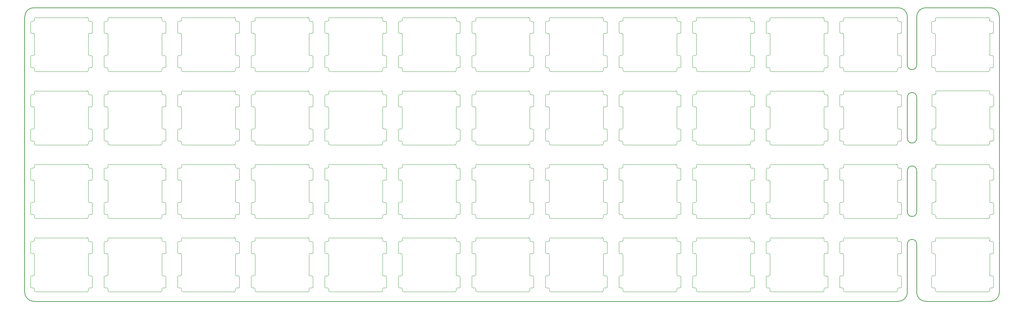
<source format=gbr>
G04 #@! TF.GenerationSoftware,KiCad,Pcbnew,(5.1.10-1-10_14)*
G04 #@! TF.CreationDate,2021-08-14T15:30:03-05:00*
G04 #@! TF.ProjectId,ori_top_plate,6f72695f-746f-4705-9f70-6c6174652e6b,rev?*
G04 #@! TF.SameCoordinates,Original*
G04 #@! TF.FileFunction,Profile,NP*
%FSLAX46Y46*%
G04 Gerber Fmt 4.6, Leading zero omitted, Abs format (unit mm)*
G04 Created by KiCad (PCBNEW (5.1.10-1-10_14)) date 2021-08-14 15:30:03*
%MOMM*%
%LPD*%
G01*
G04 APERTURE LIST*
G04 #@! TA.AperFunction,Profile*
%ADD10C,0.150000*%
G04 #@! TD*
G04 #@! TA.AperFunction,Profile*
%ADD11C,0.100000*%
G04 #@! TD*
G04 APERTURE END LIST*
D10*
X372692550Y-116669080D02*
X148854110Y-116669080D01*
X379836330Y-116669080D02*
X396505150Y-116669080D01*
X379836330Y-40468760D02*
X396505150Y-40468760D01*
X148854110Y-40468760D02*
X372692550Y-40468760D01*
X146472850Y-42850020D02*
X146472850Y-114287820D01*
X377455070Y-101786127D02*
X377455070Y-114287820D01*
X375073810Y-101786237D02*
X375073810Y-114287820D01*
X375073810Y-82736125D02*
X375073490Y-93451745D01*
X377455070Y-82736125D02*
X377455070Y-93451827D01*
X377455070Y-74401715D02*
X377454746Y-63686095D01*
X375073486Y-63686095D02*
X375073810Y-74401715D01*
X377455070Y-42850020D02*
X377455070Y-55351603D01*
X398886410Y-114287820D02*
X398886410Y-42850020D01*
X375073810Y-42850020D02*
X375073810Y-55351603D01*
X377455070Y-42850020D02*
G75*
G02*
X379836330Y-40468760I2381260J0D01*
G01*
X379836330Y-116669080D02*
G75*
G02*
X377455070Y-114287820I0J2381260D01*
G01*
X375073810Y-101786237D02*
G75*
G02*
X377455070Y-101786237I1190630J0D01*
G01*
X377455070Y-93451827D02*
G75*
G02*
X375073810Y-93451827I-1190630J0D01*
G01*
X375073810Y-82736125D02*
G75*
G02*
X377455070Y-82736125I1190630J0D01*
G01*
X377455070Y-74401715D02*
G75*
G02*
X375073810Y-74401715I-1190630J0D01*
G01*
X375073486Y-63686095D02*
G75*
G02*
X377454746Y-63686095I1190630J0D01*
G01*
X377455070Y-55351603D02*
G75*
G02*
X375073810Y-55351603I-1190630J0D01*
G01*
X396505150Y-40468760D02*
G75*
G02*
X398886410Y-42850020I0J-2381260D01*
G01*
X398886410Y-114287820D02*
G75*
G02*
X396505150Y-116669080I-2381260J0D01*
G01*
X372692550Y-40468760D02*
G75*
G02*
X375073810Y-42850020I0J-2381260D01*
G01*
X375073810Y-114287820D02*
G75*
G02*
X372692550Y-116669080I-2381260J0D01*
G01*
X148854110Y-116669080D02*
G75*
G02*
X146472850Y-114287820I0J2381260D01*
G01*
X146472850Y-42850020D02*
G75*
G02*
X148854110Y-40468760I2381260J0D01*
G01*
D11*
X147972530Y-44206460D02*
X147972530Y-46806460D01*
X148672530Y-47106460D02*
X148272530Y-47106460D01*
X148172530Y-44006460D02*
X148672530Y-44006460D01*
X148172530Y-52906460D02*
X148672530Y-52906460D01*
X147972530Y-53106460D02*
X147972530Y-55706460D01*
X148672530Y-56006460D02*
X148272530Y-56006460D01*
X163272530Y-52906460D02*
X163672530Y-52906460D01*
X163972530Y-55806460D02*
X163972530Y-53206460D01*
X163772530Y-56006460D02*
X163272530Y-56006460D01*
X162972530Y-43306460D02*
X162972530Y-43706460D01*
X162972530Y-52606460D02*
X162972530Y-47406460D01*
X163772530Y-47106460D02*
X163272530Y-47106460D01*
X163972530Y-46906460D02*
X163972530Y-44306460D01*
X163272530Y-44006460D02*
X163672530Y-44006460D01*
X162972530Y-56306460D02*
X162972530Y-56706460D01*
X148972530Y-43706460D02*
X148972530Y-43306460D01*
X148972530Y-47406460D02*
X148972530Y-52606460D01*
X162672530Y-43006460D02*
X149272530Y-43006460D01*
X148972530Y-56706460D02*
X148972530Y-56306460D01*
X162672530Y-57006460D02*
X149272530Y-57006460D01*
X149272530Y-57006460D02*
G75*
G02*
X148972530Y-56706460I0J300000D01*
G01*
X148972530Y-43306460D02*
G75*
G02*
X149272530Y-43006460I300000J0D01*
G01*
X162672530Y-43006460D02*
G75*
G02*
X162972530Y-43306460I0J-300000D01*
G01*
X163972530Y-46906460D02*
G75*
G02*
X163772530Y-47106460I-200000J0D01*
G01*
X162972530Y-47406460D02*
G75*
G02*
X163272530Y-47106460I300000J0D01*
G01*
X162972530Y-56706460D02*
G75*
G02*
X162672530Y-57006460I-300000J0D01*
G01*
X163272530Y-44006460D02*
G75*
G02*
X162972530Y-43706460I0J300000D01*
G01*
X163672530Y-44006460D02*
G75*
G02*
X163972530Y-44306460I0J-300000D01*
G01*
X163272530Y-52906460D02*
G75*
G02*
X162972530Y-52606460I0J300000D01*
G01*
X163672530Y-52906460D02*
G75*
G02*
X163972530Y-53206460I0J-300000D01*
G01*
X162972530Y-56306460D02*
G75*
G02*
X163272530Y-56006460I300000J0D01*
G01*
X163972530Y-55806460D02*
G75*
G02*
X163772530Y-56006460I-200000J0D01*
G01*
X147972530Y-53106460D02*
G75*
G02*
X148172530Y-52906460I200000J0D01*
G01*
X148972530Y-52606460D02*
G75*
G02*
X148672530Y-52906460I-300000J0D01*
G01*
X148272530Y-56006460D02*
G75*
G02*
X147972530Y-55706460I0J300000D01*
G01*
X148672530Y-56006460D02*
G75*
G02*
X148972530Y-56306460I0J-300000D01*
G01*
X148972530Y-43706460D02*
G75*
G02*
X148672530Y-44006460I-300000J0D01*
G01*
X148672530Y-47106460D02*
G75*
G02*
X148972530Y-47406460I0J-300000D01*
G01*
X148272530Y-47106460D02*
G75*
G02*
X147972530Y-46806460I0J300000D01*
G01*
X147972530Y-44206460D02*
G75*
G02*
X148172530Y-44006460I200000J0D01*
G01*
X167022610Y-44206460D02*
X167022610Y-46806460D01*
X167722610Y-47106460D02*
X167322610Y-47106460D01*
X167222610Y-44006460D02*
X167722610Y-44006460D01*
X167222610Y-52906460D02*
X167722610Y-52906460D01*
X167022610Y-53106460D02*
X167022610Y-55706460D01*
X167722610Y-56006460D02*
X167322610Y-56006460D01*
X182322610Y-52906460D02*
X182722610Y-52906460D01*
X183022610Y-55806460D02*
X183022610Y-53206460D01*
X182822610Y-56006460D02*
X182322610Y-56006460D01*
X182022610Y-43306460D02*
X182022610Y-43706460D01*
X182022610Y-52606460D02*
X182022610Y-47406460D01*
X182822610Y-47106460D02*
X182322610Y-47106460D01*
X183022610Y-46906460D02*
X183022610Y-44306460D01*
X182322610Y-44006460D02*
X182722610Y-44006460D01*
X182022610Y-56306460D02*
X182022610Y-56706460D01*
X168022610Y-43706460D02*
X168022610Y-43306460D01*
X168022610Y-47406460D02*
X168022610Y-52606460D01*
X181722610Y-43006460D02*
X168322610Y-43006460D01*
X168022610Y-56706460D02*
X168022610Y-56306460D01*
X181722610Y-57006460D02*
X168322610Y-57006460D01*
X168322610Y-57006460D02*
G75*
G02*
X168022610Y-56706460I0J300000D01*
G01*
X168022610Y-43306460D02*
G75*
G02*
X168322610Y-43006460I300000J0D01*
G01*
X181722610Y-43006460D02*
G75*
G02*
X182022610Y-43306460I0J-300000D01*
G01*
X183022610Y-46906460D02*
G75*
G02*
X182822610Y-47106460I-200000J0D01*
G01*
X182022610Y-47406460D02*
G75*
G02*
X182322610Y-47106460I300000J0D01*
G01*
X182022610Y-56706460D02*
G75*
G02*
X181722610Y-57006460I-300000J0D01*
G01*
X182322610Y-44006460D02*
G75*
G02*
X182022610Y-43706460I0J300000D01*
G01*
X182722610Y-44006460D02*
G75*
G02*
X183022610Y-44306460I0J-300000D01*
G01*
X182322610Y-52906460D02*
G75*
G02*
X182022610Y-52606460I0J300000D01*
G01*
X182722610Y-52906460D02*
G75*
G02*
X183022610Y-53206460I0J-300000D01*
G01*
X182022610Y-56306460D02*
G75*
G02*
X182322610Y-56006460I300000J0D01*
G01*
X183022610Y-55806460D02*
G75*
G02*
X182822610Y-56006460I-200000J0D01*
G01*
X167022610Y-53106460D02*
G75*
G02*
X167222610Y-52906460I200000J0D01*
G01*
X168022610Y-52606460D02*
G75*
G02*
X167722610Y-52906460I-300000J0D01*
G01*
X167322610Y-56006460D02*
G75*
G02*
X167022610Y-55706460I0J300000D01*
G01*
X167722610Y-56006460D02*
G75*
G02*
X168022610Y-56306460I0J-300000D01*
G01*
X168022610Y-43706460D02*
G75*
G02*
X167722610Y-44006460I-300000J0D01*
G01*
X167722610Y-47106460D02*
G75*
G02*
X168022610Y-47406460I0J-300000D01*
G01*
X167322610Y-47106460D02*
G75*
G02*
X167022610Y-46806460I0J300000D01*
G01*
X167022610Y-44206460D02*
G75*
G02*
X167222610Y-44006460I200000J0D01*
G01*
X186072690Y-44206460D02*
X186072690Y-46806460D01*
X186772690Y-47106460D02*
X186372690Y-47106460D01*
X186272690Y-44006460D02*
X186772690Y-44006460D01*
X186272690Y-52906460D02*
X186772690Y-52906460D01*
X186072690Y-53106460D02*
X186072690Y-55706460D01*
X186772690Y-56006460D02*
X186372690Y-56006460D01*
X201372690Y-52906460D02*
X201772690Y-52906460D01*
X202072690Y-55806460D02*
X202072690Y-53206460D01*
X201872690Y-56006460D02*
X201372690Y-56006460D01*
X201072690Y-43306460D02*
X201072690Y-43706460D01*
X201072690Y-52606460D02*
X201072690Y-47406460D01*
X201872690Y-47106460D02*
X201372690Y-47106460D01*
X202072690Y-46906460D02*
X202072690Y-44306460D01*
X201372690Y-44006460D02*
X201772690Y-44006460D01*
X201072690Y-56306460D02*
X201072690Y-56706460D01*
X187072690Y-43706460D02*
X187072690Y-43306460D01*
X187072690Y-47406460D02*
X187072690Y-52606460D01*
X200772690Y-43006460D02*
X187372690Y-43006460D01*
X187072690Y-56706460D02*
X187072690Y-56306460D01*
X200772690Y-57006460D02*
X187372690Y-57006460D01*
X187372690Y-57006460D02*
G75*
G02*
X187072690Y-56706460I0J300000D01*
G01*
X187072690Y-43306460D02*
G75*
G02*
X187372690Y-43006460I300000J0D01*
G01*
X200772690Y-43006460D02*
G75*
G02*
X201072690Y-43306460I0J-300000D01*
G01*
X202072690Y-46906460D02*
G75*
G02*
X201872690Y-47106460I-200000J0D01*
G01*
X201072690Y-47406460D02*
G75*
G02*
X201372690Y-47106460I300000J0D01*
G01*
X201072690Y-56706460D02*
G75*
G02*
X200772690Y-57006460I-300000J0D01*
G01*
X201372690Y-44006460D02*
G75*
G02*
X201072690Y-43706460I0J300000D01*
G01*
X201772690Y-44006460D02*
G75*
G02*
X202072690Y-44306460I0J-300000D01*
G01*
X201372690Y-52906460D02*
G75*
G02*
X201072690Y-52606460I0J300000D01*
G01*
X201772690Y-52906460D02*
G75*
G02*
X202072690Y-53206460I0J-300000D01*
G01*
X201072690Y-56306460D02*
G75*
G02*
X201372690Y-56006460I300000J0D01*
G01*
X202072690Y-55806460D02*
G75*
G02*
X201872690Y-56006460I-200000J0D01*
G01*
X186072690Y-53106460D02*
G75*
G02*
X186272690Y-52906460I200000J0D01*
G01*
X187072690Y-52606460D02*
G75*
G02*
X186772690Y-52906460I-300000J0D01*
G01*
X186372690Y-56006460D02*
G75*
G02*
X186072690Y-55706460I0J300000D01*
G01*
X186772690Y-56006460D02*
G75*
G02*
X187072690Y-56306460I0J-300000D01*
G01*
X187072690Y-43706460D02*
G75*
G02*
X186772690Y-44006460I-300000J0D01*
G01*
X186772690Y-47106460D02*
G75*
G02*
X187072690Y-47406460I0J-300000D01*
G01*
X186372690Y-47106460D02*
G75*
G02*
X186072690Y-46806460I0J300000D01*
G01*
X186072690Y-44206460D02*
G75*
G02*
X186272690Y-44006460I200000J0D01*
G01*
X205122770Y-44206460D02*
X205122770Y-46806460D01*
X205822770Y-47106460D02*
X205422770Y-47106460D01*
X205322770Y-44006460D02*
X205822770Y-44006460D01*
X205322770Y-52906460D02*
X205822770Y-52906460D01*
X205122770Y-53106460D02*
X205122770Y-55706460D01*
X205822770Y-56006460D02*
X205422770Y-56006460D01*
X220422770Y-52906460D02*
X220822770Y-52906460D01*
X221122770Y-55806460D02*
X221122770Y-53206460D01*
X220922770Y-56006460D02*
X220422770Y-56006460D01*
X220122770Y-43306460D02*
X220122770Y-43706460D01*
X220122770Y-52606460D02*
X220122770Y-47406460D01*
X220922770Y-47106460D02*
X220422770Y-47106460D01*
X221122770Y-46906460D02*
X221122770Y-44306460D01*
X220422770Y-44006460D02*
X220822770Y-44006460D01*
X220122770Y-56306460D02*
X220122770Y-56706460D01*
X206122770Y-43706460D02*
X206122770Y-43306460D01*
X206122770Y-47406460D02*
X206122770Y-52606460D01*
X219822770Y-43006460D02*
X206422770Y-43006460D01*
X206122770Y-56706460D02*
X206122770Y-56306460D01*
X219822770Y-57006460D02*
X206422770Y-57006460D01*
X206422770Y-57006460D02*
G75*
G02*
X206122770Y-56706460I0J300000D01*
G01*
X206122770Y-43306460D02*
G75*
G02*
X206422770Y-43006460I300000J0D01*
G01*
X219822770Y-43006460D02*
G75*
G02*
X220122770Y-43306460I0J-300000D01*
G01*
X221122770Y-46906460D02*
G75*
G02*
X220922770Y-47106460I-200000J0D01*
G01*
X220122770Y-47406460D02*
G75*
G02*
X220422770Y-47106460I300000J0D01*
G01*
X220122770Y-56706460D02*
G75*
G02*
X219822770Y-57006460I-300000J0D01*
G01*
X220422770Y-44006460D02*
G75*
G02*
X220122770Y-43706460I0J300000D01*
G01*
X220822770Y-44006460D02*
G75*
G02*
X221122770Y-44306460I0J-300000D01*
G01*
X220422770Y-52906460D02*
G75*
G02*
X220122770Y-52606460I0J300000D01*
G01*
X220822770Y-52906460D02*
G75*
G02*
X221122770Y-53206460I0J-300000D01*
G01*
X220122770Y-56306460D02*
G75*
G02*
X220422770Y-56006460I300000J0D01*
G01*
X221122770Y-55806460D02*
G75*
G02*
X220922770Y-56006460I-200000J0D01*
G01*
X205122770Y-53106460D02*
G75*
G02*
X205322770Y-52906460I200000J0D01*
G01*
X206122770Y-52606460D02*
G75*
G02*
X205822770Y-52906460I-300000J0D01*
G01*
X205422770Y-56006460D02*
G75*
G02*
X205122770Y-55706460I0J300000D01*
G01*
X205822770Y-56006460D02*
G75*
G02*
X206122770Y-56306460I0J-300000D01*
G01*
X206122770Y-43706460D02*
G75*
G02*
X205822770Y-44006460I-300000J0D01*
G01*
X205822770Y-47106460D02*
G75*
G02*
X206122770Y-47406460I0J-300000D01*
G01*
X205422770Y-47106460D02*
G75*
G02*
X205122770Y-46806460I0J300000D01*
G01*
X205122770Y-44206460D02*
G75*
G02*
X205322770Y-44006460I200000J0D01*
G01*
X224172850Y-44206460D02*
X224172850Y-46806460D01*
X224872850Y-47106460D02*
X224472850Y-47106460D01*
X224372850Y-44006460D02*
X224872850Y-44006460D01*
X224372850Y-52906460D02*
X224872850Y-52906460D01*
X224172850Y-53106460D02*
X224172850Y-55706460D01*
X224872850Y-56006460D02*
X224472850Y-56006460D01*
X239472850Y-52906460D02*
X239872850Y-52906460D01*
X240172850Y-55806460D02*
X240172850Y-53206460D01*
X239972850Y-56006460D02*
X239472850Y-56006460D01*
X239172850Y-43306460D02*
X239172850Y-43706460D01*
X239172850Y-52606460D02*
X239172850Y-47406460D01*
X239972850Y-47106460D02*
X239472850Y-47106460D01*
X240172850Y-46906460D02*
X240172850Y-44306460D01*
X239472850Y-44006460D02*
X239872850Y-44006460D01*
X239172850Y-56306460D02*
X239172850Y-56706460D01*
X225172850Y-43706460D02*
X225172850Y-43306460D01*
X225172850Y-47406460D02*
X225172850Y-52606460D01*
X238872850Y-43006460D02*
X225472850Y-43006460D01*
X225172850Y-56706460D02*
X225172850Y-56306460D01*
X238872850Y-57006460D02*
X225472850Y-57006460D01*
X225472850Y-57006460D02*
G75*
G02*
X225172850Y-56706460I0J300000D01*
G01*
X225172850Y-43306460D02*
G75*
G02*
X225472850Y-43006460I300000J0D01*
G01*
X238872850Y-43006460D02*
G75*
G02*
X239172850Y-43306460I0J-300000D01*
G01*
X240172850Y-46906460D02*
G75*
G02*
X239972850Y-47106460I-200000J0D01*
G01*
X239172850Y-47406460D02*
G75*
G02*
X239472850Y-47106460I300000J0D01*
G01*
X239172850Y-56706460D02*
G75*
G02*
X238872850Y-57006460I-300000J0D01*
G01*
X239472850Y-44006460D02*
G75*
G02*
X239172850Y-43706460I0J300000D01*
G01*
X239872850Y-44006460D02*
G75*
G02*
X240172850Y-44306460I0J-300000D01*
G01*
X239472850Y-52906460D02*
G75*
G02*
X239172850Y-52606460I0J300000D01*
G01*
X239872850Y-52906460D02*
G75*
G02*
X240172850Y-53206460I0J-300000D01*
G01*
X239172850Y-56306460D02*
G75*
G02*
X239472850Y-56006460I300000J0D01*
G01*
X240172850Y-55806460D02*
G75*
G02*
X239972850Y-56006460I-200000J0D01*
G01*
X224172850Y-53106460D02*
G75*
G02*
X224372850Y-52906460I200000J0D01*
G01*
X225172850Y-52606460D02*
G75*
G02*
X224872850Y-52906460I-300000J0D01*
G01*
X224472850Y-56006460D02*
G75*
G02*
X224172850Y-55706460I0J300000D01*
G01*
X224872850Y-56006460D02*
G75*
G02*
X225172850Y-56306460I0J-300000D01*
G01*
X225172850Y-43706460D02*
G75*
G02*
X224872850Y-44006460I-300000J0D01*
G01*
X224872850Y-47106460D02*
G75*
G02*
X225172850Y-47406460I0J-300000D01*
G01*
X224472850Y-47106460D02*
G75*
G02*
X224172850Y-46806460I0J300000D01*
G01*
X224172850Y-44206460D02*
G75*
G02*
X224372850Y-44006460I200000J0D01*
G01*
X243222930Y-44206460D02*
X243222930Y-46806460D01*
X243922930Y-47106460D02*
X243522930Y-47106460D01*
X243422930Y-44006460D02*
X243922930Y-44006460D01*
X243422930Y-52906460D02*
X243922930Y-52906460D01*
X243222930Y-53106460D02*
X243222930Y-55706460D01*
X243922930Y-56006460D02*
X243522930Y-56006460D01*
X258522930Y-52906460D02*
X258922930Y-52906460D01*
X259222930Y-55806460D02*
X259222930Y-53206460D01*
X259022930Y-56006460D02*
X258522930Y-56006460D01*
X258222930Y-43306460D02*
X258222930Y-43706460D01*
X258222930Y-52606460D02*
X258222930Y-47406460D01*
X259022930Y-47106460D02*
X258522930Y-47106460D01*
X259222930Y-46906460D02*
X259222930Y-44306460D01*
X258522930Y-44006460D02*
X258922930Y-44006460D01*
X258222930Y-56306460D02*
X258222930Y-56706460D01*
X244222930Y-43706460D02*
X244222930Y-43306460D01*
X244222930Y-47406460D02*
X244222930Y-52606460D01*
X257922930Y-43006460D02*
X244522930Y-43006460D01*
X244222930Y-56706460D02*
X244222930Y-56306460D01*
X257922930Y-57006460D02*
X244522930Y-57006460D01*
X244522930Y-57006460D02*
G75*
G02*
X244222930Y-56706460I0J300000D01*
G01*
X244222930Y-43306460D02*
G75*
G02*
X244522930Y-43006460I300000J0D01*
G01*
X257922930Y-43006460D02*
G75*
G02*
X258222930Y-43306460I0J-300000D01*
G01*
X259222930Y-46906460D02*
G75*
G02*
X259022930Y-47106460I-200000J0D01*
G01*
X258222930Y-47406460D02*
G75*
G02*
X258522930Y-47106460I300000J0D01*
G01*
X258222930Y-56706460D02*
G75*
G02*
X257922930Y-57006460I-300000J0D01*
G01*
X258522930Y-44006460D02*
G75*
G02*
X258222930Y-43706460I0J300000D01*
G01*
X258922930Y-44006460D02*
G75*
G02*
X259222930Y-44306460I0J-300000D01*
G01*
X258522930Y-52906460D02*
G75*
G02*
X258222930Y-52606460I0J300000D01*
G01*
X258922930Y-52906460D02*
G75*
G02*
X259222930Y-53206460I0J-300000D01*
G01*
X258222930Y-56306460D02*
G75*
G02*
X258522930Y-56006460I300000J0D01*
G01*
X259222930Y-55806460D02*
G75*
G02*
X259022930Y-56006460I-200000J0D01*
G01*
X243222930Y-53106460D02*
G75*
G02*
X243422930Y-52906460I200000J0D01*
G01*
X244222930Y-52606460D02*
G75*
G02*
X243922930Y-52906460I-300000J0D01*
G01*
X243522930Y-56006460D02*
G75*
G02*
X243222930Y-55706460I0J300000D01*
G01*
X243922930Y-56006460D02*
G75*
G02*
X244222930Y-56306460I0J-300000D01*
G01*
X244222930Y-43706460D02*
G75*
G02*
X243922930Y-44006460I-300000J0D01*
G01*
X243922930Y-47106460D02*
G75*
G02*
X244222930Y-47406460I0J-300000D01*
G01*
X243522930Y-47106460D02*
G75*
G02*
X243222930Y-46806460I0J300000D01*
G01*
X243222930Y-44206460D02*
G75*
G02*
X243422930Y-44006460I200000J0D01*
G01*
X262273010Y-44206460D02*
X262273010Y-46806460D01*
X262973010Y-47106460D02*
X262573010Y-47106460D01*
X262473010Y-44006460D02*
X262973010Y-44006460D01*
X262473010Y-52906460D02*
X262973010Y-52906460D01*
X262273010Y-53106460D02*
X262273010Y-55706460D01*
X262973010Y-56006460D02*
X262573010Y-56006460D01*
X277573010Y-52906460D02*
X277973010Y-52906460D01*
X278273010Y-55806460D02*
X278273010Y-53206460D01*
X278073010Y-56006460D02*
X277573010Y-56006460D01*
X277273010Y-43306460D02*
X277273010Y-43706460D01*
X277273010Y-52606460D02*
X277273010Y-47406460D01*
X278073010Y-47106460D02*
X277573010Y-47106460D01*
X278273010Y-46906460D02*
X278273010Y-44306460D01*
X277573010Y-44006460D02*
X277973010Y-44006460D01*
X277273010Y-56306460D02*
X277273010Y-56706460D01*
X263273010Y-43706460D02*
X263273010Y-43306460D01*
X263273010Y-47406460D02*
X263273010Y-52606460D01*
X276973010Y-43006460D02*
X263573010Y-43006460D01*
X263273010Y-56706460D02*
X263273010Y-56306460D01*
X276973010Y-57006460D02*
X263573010Y-57006460D01*
X263573010Y-57006460D02*
G75*
G02*
X263273010Y-56706460I0J300000D01*
G01*
X263273010Y-43306460D02*
G75*
G02*
X263573010Y-43006460I300000J0D01*
G01*
X276973010Y-43006460D02*
G75*
G02*
X277273010Y-43306460I0J-300000D01*
G01*
X278273010Y-46906460D02*
G75*
G02*
X278073010Y-47106460I-200000J0D01*
G01*
X277273010Y-47406460D02*
G75*
G02*
X277573010Y-47106460I300000J0D01*
G01*
X277273010Y-56706460D02*
G75*
G02*
X276973010Y-57006460I-300000J0D01*
G01*
X277573010Y-44006460D02*
G75*
G02*
X277273010Y-43706460I0J300000D01*
G01*
X277973010Y-44006460D02*
G75*
G02*
X278273010Y-44306460I0J-300000D01*
G01*
X277573010Y-52906460D02*
G75*
G02*
X277273010Y-52606460I0J300000D01*
G01*
X277973010Y-52906460D02*
G75*
G02*
X278273010Y-53206460I0J-300000D01*
G01*
X277273010Y-56306460D02*
G75*
G02*
X277573010Y-56006460I300000J0D01*
G01*
X278273010Y-55806460D02*
G75*
G02*
X278073010Y-56006460I-200000J0D01*
G01*
X262273010Y-53106460D02*
G75*
G02*
X262473010Y-52906460I200000J0D01*
G01*
X263273010Y-52606460D02*
G75*
G02*
X262973010Y-52906460I-300000J0D01*
G01*
X262573010Y-56006460D02*
G75*
G02*
X262273010Y-55706460I0J300000D01*
G01*
X262973010Y-56006460D02*
G75*
G02*
X263273010Y-56306460I0J-300000D01*
G01*
X263273010Y-43706460D02*
G75*
G02*
X262973010Y-44006460I-300000J0D01*
G01*
X262973010Y-47106460D02*
G75*
G02*
X263273010Y-47406460I0J-300000D01*
G01*
X262573010Y-47106460D02*
G75*
G02*
X262273010Y-46806460I0J300000D01*
G01*
X262273010Y-44206460D02*
G75*
G02*
X262473010Y-44006460I200000J0D01*
G01*
X281323090Y-44206460D02*
X281323090Y-46806460D01*
X282023090Y-47106460D02*
X281623090Y-47106460D01*
X281523090Y-44006460D02*
X282023090Y-44006460D01*
X281523090Y-52906460D02*
X282023090Y-52906460D01*
X281323090Y-53106460D02*
X281323090Y-55706460D01*
X282023090Y-56006460D02*
X281623090Y-56006460D01*
X296623090Y-52906460D02*
X297023090Y-52906460D01*
X297323090Y-55806460D02*
X297323090Y-53206460D01*
X297123090Y-56006460D02*
X296623090Y-56006460D01*
X296323090Y-43306460D02*
X296323090Y-43706460D01*
X296323090Y-52606460D02*
X296323090Y-47406460D01*
X297123090Y-47106460D02*
X296623090Y-47106460D01*
X297323090Y-46906460D02*
X297323090Y-44306460D01*
X296623090Y-44006460D02*
X297023090Y-44006460D01*
X296323090Y-56306460D02*
X296323090Y-56706460D01*
X282323090Y-43706460D02*
X282323090Y-43306460D01*
X282323090Y-47406460D02*
X282323090Y-52606460D01*
X296023090Y-43006460D02*
X282623090Y-43006460D01*
X282323090Y-56706460D02*
X282323090Y-56306460D01*
X296023090Y-57006460D02*
X282623090Y-57006460D01*
X282623090Y-57006460D02*
G75*
G02*
X282323090Y-56706460I0J300000D01*
G01*
X282323090Y-43306460D02*
G75*
G02*
X282623090Y-43006460I300000J0D01*
G01*
X296023090Y-43006460D02*
G75*
G02*
X296323090Y-43306460I0J-300000D01*
G01*
X297323090Y-46906460D02*
G75*
G02*
X297123090Y-47106460I-200000J0D01*
G01*
X296323090Y-47406460D02*
G75*
G02*
X296623090Y-47106460I300000J0D01*
G01*
X296323090Y-56706460D02*
G75*
G02*
X296023090Y-57006460I-300000J0D01*
G01*
X296623090Y-44006460D02*
G75*
G02*
X296323090Y-43706460I0J300000D01*
G01*
X297023090Y-44006460D02*
G75*
G02*
X297323090Y-44306460I0J-300000D01*
G01*
X296623090Y-52906460D02*
G75*
G02*
X296323090Y-52606460I0J300000D01*
G01*
X297023090Y-52906460D02*
G75*
G02*
X297323090Y-53206460I0J-300000D01*
G01*
X296323090Y-56306460D02*
G75*
G02*
X296623090Y-56006460I300000J0D01*
G01*
X297323090Y-55806460D02*
G75*
G02*
X297123090Y-56006460I-200000J0D01*
G01*
X281323090Y-53106460D02*
G75*
G02*
X281523090Y-52906460I200000J0D01*
G01*
X282323090Y-52606460D02*
G75*
G02*
X282023090Y-52906460I-300000J0D01*
G01*
X281623090Y-56006460D02*
G75*
G02*
X281323090Y-55706460I0J300000D01*
G01*
X282023090Y-56006460D02*
G75*
G02*
X282323090Y-56306460I0J-300000D01*
G01*
X282323090Y-43706460D02*
G75*
G02*
X282023090Y-44006460I-300000J0D01*
G01*
X282023090Y-47106460D02*
G75*
G02*
X282323090Y-47406460I0J-300000D01*
G01*
X281623090Y-47106460D02*
G75*
G02*
X281323090Y-46806460I0J300000D01*
G01*
X281323090Y-44206460D02*
G75*
G02*
X281523090Y-44006460I200000J0D01*
G01*
X300373170Y-44206460D02*
X300373170Y-46806460D01*
X301073170Y-47106460D02*
X300673170Y-47106460D01*
X300573170Y-44006460D02*
X301073170Y-44006460D01*
X300573170Y-52906460D02*
X301073170Y-52906460D01*
X300373170Y-53106460D02*
X300373170Y-55706460D01*
X301073170Y-56006460D02*
X300673170Y-56006460D01*
X315673170Y-52906460D02*
X316073170Y-52906460D01*
X316373170Y-55806460D02*
X316373170Y-53206460D01*
X316173170Y-56006460D02*
X315673170Y-56006460D01*
X315373170Y-43306460D02*
X315373170Y-43706460D01*
X315373170Y-52606460D02*
X315373170Y-47406460D01*
X316173170Y-47106460D02*
X315673170Y-47106460D01*
X316373170Y-46906460D02*
X316373170Y-44306460D01*
X315673170Y-44006460D02*
X316073170Y-44006460D01*
X315373170Y-56306460D02*
X315373170Y-56706460D01*
X301373170Y-43706460D02*
X301373170Y-43306460D01*
X301373170Y-47406460D02*
X301373170Y-52606460D01*
X315073170Y-43006460D02*
X301673170Y-43006460D01*
X301373170Y-56706460D02*
X301373170Y-56306460D01*
X315073170Y-57006460D02*
X301673170Y-57006460D01*
X301673170Y-57006460D02*
G75*
G02*
X301373170Y-56706460I0J300000D01*
G01*
X301373170Y-43306460D02*
G75*
G02*
X301673170Y-43006460I300000J0D01*
G01*
X315073170Y-43006460D02*
G75*
G02*
X315373170Y-43306460I0J-300000D01*
G01*
X316373170Y-46906460D02*
G75*
G02*
X316173170Y-47106460I-200000J0D01*
G01*
X315373170Y-47406460D02*
G75*
G02*
X315673170Y-47106460I300000J0D01*
G01*
X315373170Y-56706460D02*
G75*
G02*
X315073170Y-57006460I-300000J0D01*
G01*
X315673170Y-44006460D02*
G75*
G02*
X315373170Y-43706460I0J300000D01*
G01*
X316073170Y-44006460D02*
G75*
G02*
X316373170Y-44306460I0J-300000D01*
G01*
X315673170Y-52906460D02*
G75*
G02*
X315373170Y-52606460I0J300000D01*
G01*
X316073170Y-52906460D02*
G75*
G02*
X316373170Y-53206460I0J-300000D01*
G01*
X315373170Y-56306460D02*
G75*
G02*
X315673170Y-56006460I300000J0D01*
G01*
X316373170Y-55806460D02*
G75*
G02*
X316173170Y-56006460I-200000J0D01*
G01*
X300373170Y-53106460D02*
G75*
G02*
X300573170Y-52906460I200000J0D01*
G01*
X301373170Y-52606460D02*
G75*
G02*
X301073170Y-52906460I-300000J0D01*
G01*
X300673170Y-56006460D02*
G75*
G02*
X300373170Y-55706460I0J300000D01*
G01*
X301073170Y-56006460D02*
G75*
G02*
X301373170Y-56306460I0J-300000D01*
G01*
X301373170Y-43706460D02*
G75*
G02*
X301073170Y-44006460I-300000J0D01*
G01*
X301073170Y-47106460D02*
G75*
G02*
X301373170Y-47406460I0J-300000D01*
G01*
X300673170Y-47106460D02*
G75*
G02*
X300373170Y-46806460I0J300000D01*
G01*
X300373170Y-44206460D02*
G75*
G02*
X300573170Y-44006460I200000J0D01*
G01*
X319423250Y-44206460D02*
X319423250Y-46806460D01*
X320123250Y-47106460D02*
X319723250Y-47106460D01*
X319623250Y-44006460D02*
X320123250Y-44006460D01*
X319623250Y-52906460D02*
X320123250Y-52906460D01*
X319423250Y-53106460D02*
X319423250Y-55706460D01*
X320123250Y-56006460D02*
X319723250Y-56006460D01*
X334723250Y-52906460D02*
X335123250Y-52906460D01*
X335423250Y-55806460D02*
X335423250Y-53206460D01*
X335223250Y-56006460D02*
X334723250Y-56006460D01*
X334423250Y-43306460D02*
X334423250Y-43706460D01*
X334423250Y-52606460D02*
X334423250Y-47406460D01*
X335223250Y-47106460D02*
X334723250Y-47106460D01*
X335423250Y-46906460D02*
X335423250Y-44306460D01*
X334723250Y-44006460D02*
X335123250Y-44006460D01*
X334423250Y-56306460D02*
X334423250Y-56706460D01*
X320423250Y-43706460D02*
X320423250Y-43306460D01*
X320423250Y-47406460D02*
X320423250Y-52606460D01*
X334123250Y-43006460D02*
X320723250Y-43006460D01*
X320423250Y-56706460D02*
X320423250Y-56306460D01*
X334123250Y-57006460D02*
X320723250Y-57006460D01*
X320723250Y-57006460D02*
G75*
G02*
X320423250Y-56706460I0J300000D01*
G01*
X320423250Y-43306460D02*
G75*
G02*
X320723250Y-43006460I300000J0D01*
G01*
X334123250Y-43006460D02*
G75*
G02*
X334423250Y-43306460I0J-300000D01*
G01*
X335423250Y-46906460D02*
G75*
G02*
X335223250Y-47106460I-200000J0D01*
G01*
X334423250Y-47406460D02*
G75*
G02*
X334723250Y-47106460I300000J0D01*
G01*
X334423250Y-56706460D02*
G75*
G02*
X334123250Y-57006460I-300000J0D01*
G01*
X334723250Y-44006460D02*
G75*
G02*
X334423250Y-43706460I0J300000D01*
G01*
X335123250Y-44006460D02*
G75*
G02*
X335423250Y-44306460I0J-300000D01*
G01*
X334723250Y-52906460D02*
G75*
G02*
X334423250Y-52606460I0J300000D01*
G01*
X335123250Y-52906460D02*
G75*
G02*
X335423250Y-53206460I0J-300000D01*
G01*
X334423250Y-56306460D02*
G75*
G02*
X334723250Y-56006460I300000J0D01*
G01*
X335423250Y-55806460D02*
G75*
G02*
X335223250Y-56006460I-200000J0D01*
G01*
X319423250Y-53106460D02*
G75*
G02*
X319623250Y-52906460I200000J0D01*
G01*
X320423250Y-52606460D02*
G75*
G02*
X320123250Y-52906460I-300000J0D01*
G01*
X319723250Y-56006460D02*
G75*
G02*
X319423250Y-55706460I0J300000D01*
G01*
X320123250Y-56006460D02*
G75*
G02*
X320423250Y-56306460I0J-300000D01*
G01*
X320423250Y-43706460D02*
G75*
G02*
X320123250Y-44006460I-300000J0D01*
G01*
X320123250Y-47106460D02*
G75*
G02*
X320423250Y-47406460I0J-300000D01*
G01*
X319723250Y-47106460D02*
G75*
G02*
X319423250Y-46806460I0J300000D01*
G01*
X319423250Y-44206460D02*
G75*
G02*
X319623250Y-44006460I200000J0D01*
G01*
X338473330Y-44206460D02*
X338473330Y-46806460D01*
X339173330Y-47106460D02*
X338773330Y-47106460D01*
X338673330Y-44006460D02*
X339173330Y-44006460D01*
X338673330Y-52906460D02*
X339173330Y-52906460D01*
X338473330Y-53106460D02*
X338473330Y-55706460D01*
X339173330Y-56006460D02*
X338773330Y-56006460D01*
X353773330Y-52906460D02*
X354173330Y-52906460D01*
X354473330Y-55806460D02*
X354473330Y-53206460D01*
X354273330Y-56006460D02*
X353773330Y-56006460D01*
X353473330Y-43306460D02*
X353473330Y-43706460D01*
X353473330Y-52606460D02*
X353473330Y-47406460D01*
X354273330Y-47106460D02*
X353773330Y-47106460D01*
X354473330Y-46906460D02*
X354473330Y-44306460D01*
X353773330Y-44006460D02*
X354173330Y-44006460D01*
X353473330Y-56306460D02*
X353473330Y-56706460D01*
X339473330Y-43706460D02*
X339473330Y-43306460D01*
X339473330Y-47406460D02*
X339473330Y-52606460D01*
X353173330Y-43006460D02*
X339773330Y-43006460D01*
X339473330Y-56706460D02*
X339473330Y-56306460D01*
X353173330Y-57006460D02*
X339773330Y-57006460D01*
X339773330Y-57006460D02*
G75*
G02*
X339473330Y-56706460I0J300000D01*
G01*
X339473330Y-43306460D02*
G75*
G02*
X339773330Y-43006460I300000J0D01*
G01*
X353173330Y-43006460D02*
G75*
G02*
X353473330Y-43306460I0J-300000D01*
G01*
X354473330Y-46906460D02*
G75*
G02*
X354273330Y-47106460I-200000J0D01*
G01*
X353473330Y-47406460D02*
G75*
G02*
X353773330Y-47106460I300000J0D01*
G01*
X353473330Y-56706460D02*
G75*
G02*
X353173330Y-57006460I-300000J0D01*
G01*
X353773330Y-44006460D02*
G75*
G02*
X353473330Y-43706460I0J300000D01*
G01*
X354173330Y-44006460D02*
G75*
G02*
X354473330Y-44306460I0J-300000D01*
G01*
X353773330Y-52906460D02*
G75*
G02*
X353473330Y-52606460I0J300000D01*
G01*
X354173330Y-52906460D02*
G75*
G02*
X354473330Y-53206460I0J-300000D01*
G01*
X353473330Y-56306460D02*
G75*
G02*
X353773330Y-56006460I300000J0D01*
G01*
X354473330Y-55806460D02*
G75*
G02*
X354273330Y-56006460I-200000J0D01*
G01*
X338473330Y-53106460D02*
G75*
G02*
X338673330Y-52906460I200000J0D01*
G01*
X339473330Y-52606460D02*
G75*
G02*
X339173330Y-52906460I-300000J0D01*
G01*
X338773330Y-56006460D02*
G75*
G02*
X338473330Y-55706460I0J300000D01*
G01*
X339173330Y-56006460D02*
G75*
G02*
X339473330Y-56306460I0J-300000D01*
G01*
X339473330Y-43706460D02*
G75*
G02*
X339173330Y-44006460I-300000J0D01*
G01*
X339173330Y-47106460D02*
G75*
G02*
X339473330Y-47406460I0J-300000D01*
G01*
X338773330Y-47106460D02*
G75*
G02*
X338473330Y-46806460I0J300000D01*
G01*
X338473330Y-44206460D02*
G75*
G02*
X338673330Y-44006460I200000J0D01*
G01*
X357523410Y-44206460D02*
X357523410Y-46806460D01*
X358223410Y-47106460D02*
X357823410Y-47106460D01*
X357723410Y-44006460D02*
X358223410Y-44006460D01*
X357723410Y-52906460D02*
X358223410Y-52906460D01*
X357523410Y-53106460D02*
X357523410Y-55706460D01*
X358223410Y-56006460D02*
X357823410Y-56006460D01*
X372823410Y-52906460D02*
X373223410Y-52906460D01*
X373523410Y-55806460D02*
X373523410Y-53206460D01*
X373323410Y-56006460D02*
X372823410Y-56006460D01*
X372523410Y-43306460D02*
X372523410Y-43706460D01*
X372523410Y-52606460D02*
X372523410Y-47406460D01*
X373323410Y-47106460D02*
X372823410Y-47106460D01*
X373523410Y-46906460D02*
X373523410Y-44306460D01*
X372823410Y-44006460D02*
X373223410Y-44006460D01*
X372523410Y-56306460D02*
X372523410Y-56706460D01*
X358523410Y-43706460D02*
X358523410Y-43306460D01*
X358523410Y-47406460D02*
X358523410Y-52606460D01*
X372223410Y-43006460D02*
X358823410Y-43006460D01*
X358523410Y-56706460D02*
X358523410Y-56306460D01*
X372223410Y-57006460D02*
X358823410Y-57006460D01*
X358823410Y-57006460D02*
G75*
G02*
X358523410Y-56706460I0J300000D01*
G01*
X358523410Y-43306460D02*
G75*
G02*
X358823410Y-43006460I300000J0D01*
G01*
X372223410Y-43006460D02*
G75*
G02*
X372523410Y-43306460I0J-300000D01*
G01*
X373523410Y-46906460D02*
G75*
G02*
X373323410Y-47106460I-200000J0D01*
G01*
X372523410Y-47406460D02*
G75*
G02*
X372823410Y-47106460I300000J0D01*
G01*
X372523410Y-56706460D02*
G75*
G02*
X372223410Y-57006460I-300000J0D01*
G01*
X372823410Y-44006460D02*
G75*
G02*
X372523410Y-43706460I0J300000D01*
G01*
X373223410Y-44006460D02*
G75*
G02*
X373523410Y-44306460I0J-300000D01*
G01*
X372823410Y-52906460D02*
G75*
G02*
X372523410Y-52606460I0J300000D01*
G01*
X373223410Y-52906460D02*
G75*
G02*
X373523410Y-53206460I0J-300000D01*
G01*
X372523410Y-56306460D02*
G75*
G02*
X372823410Y-56006460I300000J0D01*
G01*
X373523410Y-55806460D02*
G75*
G02*
X373323410Y-56006460I-200000J0D01*
G01*
X357523410Y-53106460D02*
G75*
G02*
X357723410Y-52906460I200000J0D01*
G01*
X358523410Y-52606460D02*
G75*
G02*
X358223410Y-52906460I-300000J0D01*
G01*
X357823410Y-56006460D02*
G75*
G02*
X357523410Y-55706460I0J300000D01*
G01*
X358223410Y-56006460D02*
G75*
G02*
X358523410Y-56306460I0J-300000D01*
G01*
X358523410Y-43706460D02*
G75*
G02*
X358223410Y-44006460I-300000J0D01*
G01*
X358223410Y-47106460D02*
G75*
G02*
X358523410Y-47406460I0J-300000D01*
G01*
X357823410Y-47106460D02*
G75*
G02*
X357523410Y-46806460I0J300000D01*
G01*
X357523410Y-44206460D02*
G75*
G02*
X357723410Y-44006460I200000J0D01*
G01*
X147972530Y-63256540D02*
X147972530Y-65856540D01*
X148672530Y-66156540D02*
X148272530Y-66156540D01*
X148172530Y-63056540D02*
X148672530Y-63056540D01*
X148172530Y-71956540D02*
X148672530Y-71956540D01*
X147972530Y-72156540D02*
X147972530Y-74756540D01*
X148672530Y-75056540D02*
X148272530Y-75056540D01*
X163272530Y-71956540D02*
X163672530Y-71956540D01*
X163972530Y-74856540D02*
X163972530Y-72256540D01*
X163772530Y-75056540D02*
X163272530Y-75056540D01*
X162972530Y-62356540D02*
X162972530Y-62756540D01*
X162972530Y-71656540D02*
X162972530Y-66456540D01*
X163772530Y-66156540D02*
X163272530Y-66156540D01*
X163972530Y-65956540D02*
X163972530Y-63356540D01*
X163272530Y-63056540D02*
X163672530Y-63056540D01*
X162972530Y-75356540D02*
X162972530Y-75756540D01*
X148972530Y-62756540D02*
X148972530Y-62356540D01*
X148972530Y-66456540D02*
X148972530Y-71656540D01*
X162672530Y-62056540D02*
X149272530Y-62056540D01*
X148972530Y-75756540D02*
X148972530Y-75356540D01*
X162672530Y-76056540D02*
X149272530Y-76056540D01*
X149272530Y-76056540D02*
G75*
G02*
X148972530Y-75756540I0J300000D01*
G01*
X148972530Y-62356540D02*
G75*
G02*
X149272530Y-62056540I300000J0D01*
G01*
X162672530Y-62056540D02*
G75*
G02*
X162972530Y-62356540I0J-300000D01*
G01*
X163972530Y-65956540D02*
G75*
G02*
X163772530Y-66156540I-200000J0D01*
G01*
X162972530Y-66456540D02*
G75*
G02*
X163272530Y-66156540I300000J0D01*
G01*
X162972530Y-75756540D02*
G75*
G02*
X162672530Y-76056540I-300000J0D01*
G01*
X163272530Y-63056540D02*
G75*
G02*
X162972530Y-62756540I0J300000D01*
G01*
X163672530Y-63056540D02*
G75*
G02*
X163972530Y-63356540I0J-300000D01*
G01*
X163272530Y-71956540D02*
G75*
G02*
X162972530Y-71656540I0J300000D01*
G01*
X163672530Y-71956540D02*
G75*
G02*
X163972530Y-72256540I0J-300000D01*
G01*
X162972530Y-75356540D02*
G75*
G02*
X163272530Y-75056540I300000J0D01*
G01*
X163972530Y-74856540D02*
G75*
G02*
X163772530Y-75056540I-200000J0D01*
G01*
X147972530Y-72156540D02*
G75*
G02*
X148172530Y-71956540I200000J0D01*
G01*
X148972530Y-71656540D02*
G75*
G02*
X148672530Y-71956540I-300000J0D01*
G01*
X148272530Y-75056540D02*
G75*
G02*
X147972530Y-74756540I0J300000D01*
G01*
X148672530Y-75056540D02*
G75*
G02*
X148972530Y-75356540I0J-300000D01*
G01*
X148972530Y-62756540D02*
G75*
G02*
X148672530Y-63056540I-300000J0D01*
G01*
X148672530Y-66156540D02*
G75*
G02*
X148972530Y-66456540I0J-300000D01*
G01*
X148272530Y-66156540D02*
G75*
G02*
X147972530Y-65856540I0J300000D01*
G01*
X147972530Y-63256540D02*
G75*
G02*
X148172530Y-63056540I200000J0D01*
G01*
X167022610Y-63256540D02*
X167022610Y-65856540D01*
X167722610Y-66156540D02*
X167322610Y-66156540D01*
X167222610Y-63056540D02*
X167722610Y-63056540D01*
X167222610Y-71956540D02*
X167722610Y-71956540D01*
X167022610Y-72156540D02*
X167022610Y-74756540D01*
X167722610Y-75056540D02*
X167322610Y-75056540D01*
X182322610Y-71956540D02*
X182722610Y-71956540D01*
X183022610Y-74856540D02*
X183022610Y-72256540D01*
X182822610Y-75056540D02*
X182322610Y-75056540D01*
X182022610Y-62356540D02*
X182022610Y-62756540D01*
X182022610Y-71656540D02*
X182022610Y-66456540D01*
X182822610Y-66156540D02*
X182322610Y-66156540D01*
X183022610Y-65956540D02*
X183022610Y-63356540D01*
X182322610Y-63056540D02*
X182722610Y-63056540D01*
X182022610Y-75356540D02*
X182022610Y-75756540D01*
X168022610Y-62756540D02*
X168022610Y-62356540D01*
X168022610Y-66456540D02*
X168022610Y-71656540D01*
X181722610Y-62056540D02*
X168322610Y-62056540D01*
X168022610Y-75756540D02*
X168022610Y-75356540D01*
X181722610Y-76056540D02*
X168322610Y-76056540D01*
X168322610Y-76056540D02*
G75*
G02*
X168022610Y-75756540I0J300000D01*
G01*
X168022610Y-62356540D02*
G75*
G02*
X168322610Y-62056540I300000J0D01*
G01*
X181722610Y-62056540D02*
G75*
G02*
X182022610Y-62356540I0J-300000D01*
G01*
X183022610Y-65956540D02*
G75*
G02*
X182822610Y-66156540I-200000J0D01*
G01*
X182022610Y-66456540D02*
G75*
G02*
X182322610Y-66156540I300000J0D01*
G01*
X182022610Y-75756540D02*
G75*
G02*
X181722610Y-76056540I-300000J0D01*
G01*
X182322610Y-63056540D02*
G75*
G02*
X182022610Y-62756540I0J300000D01*
G01*
X182722610Y-63056540D02*
G75*
G02*
X183022610Y-63356540I0J-300000D01*
G01*
X182322610Y-71956540D02*
G75*
G02*
X182022610Y-71656540I0J300000D01*
G01*
X182722610Y-71956540D02*
G75*
G02*
X183022610Y-72256540I0J-300000D01*
G01*
X182022610Y-75356540D02*
G75*
G02*
X182322610Y-75056540I300000J0D01*
G01*
X183022610Y-74856540D02*
G75*
G02*
X182822610Y-75056540I-200000J0D01*
G01*
X167022610Y-72156540D02*
G75*
G02*
X167222610Y-71956540I200000J0D01*
G01*
X168022610Y-71656540D02*
G75*
G02*
X167722610Y-71956540I-300000J0D01*
G01*
X167322610Y-75056540D02*
G75*
G02*
X167022610Y-74756540I0J300000D01*
G01*
X167722610Y-75056540D02*
G75*
G02*
X168022610Y-75356540I0J-300000D01*
G01*
X168022610Y-62756540D02*
G75*
G02*
X167722610Y-63056540I-300000J0D01*
G01*
X167722610Y-66156540D02*
G75*
G02*
X168022610Y-66456540I0J-300000D01*
G01*
X167322610Y-66156540D02*
G75*
G02*
X167022610Y-65856540I0J300000D01*
G01*
X167022610Y-63256540D02*
G75*
G02*
X167222610Y-63056540I200000J0D01*
G01*
X186072690Y-63256540D02*
X186072690Y-65856540D01*
X186772690Y-66156540D02*
X186372690Y-66156540D01*
X186272690Y-63056540D02*
X186772690Y-63056540D01*
X186272690Y-71956540D02*
X186772690Y-71956540D01*
X186072690Y-72156540D02*
X186072690Y-74756540D01*
X186772690Y-75056540D02*
X186372690Y-75056540D01*
X201372690Y-71956540D02*
X201772690Y-71956540D01*
X202072690Y-74856540D02*
X202072690Y-72256540D01*
X201872690Y-75056540D02*
X201372690Y-75056540D01*
X201072690Y-62356540D02*
X201072690Y-62756540D01*
X201072690Y-71656540D02*
X201072690Y-66456540D01*
X201872690Y-66156540D02*
X201372690Y-66156540D01*
X202072690Y-65956540D02*
X202072690Y-63356540D01*
X201372690Y-63056540D02*
X201772690Y-63056540D01*
X201072690Y-75356540D02*
X201072690Y-75756540D01*
X187072690Y-62756540D02*
X187072690Y-62356540D01*
X187072690Y-66456540D02*
X187072690Y-71656540D01*
X200772690Y-62056540D02*
X187372690Y-62056540D01*
X187072690Y-75756540D02*
X187072690Y-75356540D01*
X200772690Y-76056540D02*
X187372690Y-76056540D01*
X187372690Y-76056540D02*
G75*
G02*
X187072690Y-75756540I0J300000D01*
G01*
X187072690Y-62356540D02*
G75*
G02*
X187372690Y-62056540I300000J0D01*
G01*
X200772690Y-62056540D02*
G75*
G02*
X201072690Y-62356540I0J-300000D01*
G01*
X202072690Y-65956540D02*
G75*
G02*
X201872690Y-66156540I-200000J0D01*
G01*
X201072690Y-66456540D02*
G75*
G02*
X201372690Y-66156540I300000J0D01*
G01*
X201072690Y-75756540D02*
G75*
G02*
X200772690Y-76056540I-300000J0D01*
G01*
X201372690Y-63056540D02*
G75*
G02*
X201072690Y-62756540I0J300000D01*
G01*
X201772690Y-63056540D02*
G75*
G02*
X202072690Y-63356540I0J-300000D01*
G01*
X201372690Y-71956540D02*
G75*
G02*
X201072690Y-71656540I0J300000D01*
G01*
X201772690Y-71956540D02*
G75*
G02*
X202072690Y-72256540I0J-300000D01*
G01*
X201072690Y-75356540D02*
G75*
G02*
X201372690Y-75056540I300000J0D01*
G01*
X202072690Y-74856540D02*
G75*
G02*
X201872690Y-75056540I-200000J0D01*
G01*
X186072690Y-72156540D02*
G75*
G02*
X186272690Y-71956540I200000J0D01*
G01*
X187072690Y-71656540D02*
G75*
G02*
X186772690Y-71956540I-300000J0D01*
G01*
X186372690Y-75056540D02*
G75*
G02*
X186072690Y-74756540I0J300000D01*
G01*
X186772690Y-75056540D02*
G75*
G02*
X187072690Y-75356540I0J-300000D01*
G01*
X187072690Y-62756540D02*
G75*
G02*
X186772690Y-63056540I-300000J0D01*
G01*
X186772690Y-66156540D02*
G75*
G02*
X187072690Y-66456540I0J-300000D01*
G01*
X186372690Y-66156540D02*
G75*
G02*
X186072690Y-65856540I0J300000D01*
G01*
X186072690Y-63256540D02*
G75*
G02*
X186272690Y-63056540I200000J0D01*
G01*
X205122770Y-63256540D02*
X205122770Y-65856540D01*
X205822770Y-66156540D02*
X205422770Y-66156540D01*
X205322770Y-63056540D02*
X205822770Y-63056540D01*
X205322770Y-71956540D02*
X205822770Y-71956540D01*
X205122770Y-72156540D02*
X205122770Y-74756540D01*
X205822770Y-75056540D02*
X205422770Y-75056540D01*
X220422770Y-71956540D02*
X220822770Y-71956540D01*
X221122770Y-74856540D02*
X221122770Y-72256540D01*
X220922770Y-75056540D02*
X220422770Y-75056540D01*
X220122770Y-62356540D02*
X220122770Y-62756540D01*
X220122770Y-71656540D02*
X220122770Y-66456540D01*
X220922770Y-66156540D02*
X220422770Y-66156540D01*
X221122770Y-65956540D02*
X221122770Y-63356540D01*
X220422770Y-63056540D02*
X220822770Y-63056540D01*
X220122770Y-75356540D02*
X220122770Y-75756540D01*
X206122770Y-62756540D02*
X206122770Y-62356540D01*
X206122770Y-66456540D02*
X206122770Y-71656540D01*
X219822770Y-62056540D02*
X206422770Y-62056540D01*
X206122770Y-75756540D02*
X206122770Y-75356540D01*
X219822770Y-76056540D02*
X206422770Y-76056540D01*
X206422770Y-76056540D02*
G75*
G02*
X206122770Y-75756540I0J300000D01*
G01*
X206122770Y-62356540D02*
G75*
G02*
X206422770Y-62056540I300000J0D01*
G01*
X219822770Y-62056540D02*
G75*
G02*
X220122770Y-62356540I0J-300000D01*
G01*
X221122770Y-65956540D02*
G75*
G02*
X220922770Y-66156540I-200000J0D01*
G01*
X220122770Y-66456540D02*
G75*
G02*
X220422770Y-66156540I300000J0D01*
G01*
X220122770Y-75756540D02*
G75*
G02*
X219822770Y-76056540I-300000J0D01*
G01*
X220422770Y-63056540D02*
G75*
G02*
X220122770Y-62756540I0J300000D01*
G01*
X220822770Y-63056540D02*
G75*
G02*
X221122770Y-63356540I0J-300000D01*
G01*
X220422770Y-71956540D02*
G75*
G02*
X220122770Y-71656540I0J300000D01*
G01*
X220822770Y-71956540D02*
G75*
G02*
X221122770Y-72256540I0J-300000D01*
G01*
X220122770Y-75356540D02*
G75*
G02*
X220422770Y-75056540I300000J0D01*
G01*
X221122770Y-74856540D02*
G75*
G02*
X220922770Y-75056540I-200000J0D01*
G01*
X205122770Y-72156540D02*
G75*
G02*
X205322770Y-71956540I200000J0D01*
G01*
X206122770Y-71656540D02*
G75*
G02*
X205822770Y-71956540I-300000J0D01*
G01*
X205422770Y-75056540D02*
G75*
G02*
X205122770Y-74756540I0J300000D01*
G01*
X205822770Y-75056540D02*
G75*
G02*
X206122770Y-75356540I0J-300000D01*
G01*
X206122770Y-62756540D02*
G75*
G02*
X205822770Y-63056540I-300000J0D01*
G01*
X205822770Y-66156540D02*
G75*
G02*
X206122770Y-66456540I0J-300000D01*
G01*
X205422770Y-66156540D02*
G75*
G02*
X205122770Y-65856540I0J300000D01*
G01*
X205122770Y-63256540D02*
G75*
G02*
X205322770Y-63056540I200000J0D01*
G01*
X224172850Y-63256540D02*
X224172850Y-65856540D01*
X224872850Y-66156540D02*
X224472850Y-66156540D01*
X224372850Y-63056540D02*
X224872850Y-63056540D01*
X224372850Y-71956540D02*
X224872850Y-71956540D01*
X224172850Y-72156540D02*
X224172850Y-74756540D01*
X224872850Y-75056540D02*
X224472850Y-75056540D01*
X239472850Y-71956540D02*
X239872850Y-71956540D01*
X240172850Y-74856540D02*
X240172850Y-72256540D01*
X239972850Y-75056540D02*
X239472850Y-75056540D01*
X239172850Y-62356540D02*
X239172850Y-62756540D01*
X239172850Y-71656540D02*
X239172850Y-66456540D01*
X239972850Y-66156540D02*
X239472850Y-66156540D01*
X240172850Y-65956540D02*
X240172850Y-63356540D01*
X239472850Y-63056540D02*
X239872850Y-63056540D01*
X239172850Y-75356540D02*
X239172850Y-75756540D01*
X225172850Y-62756540D02*
X225172850Y-62356540D01*
X225172850Y-66456540D02*
X225172850Y-71656540D01*
X238872850Y-62056540D02*
X225472850Y-62056540D01*
X225172850Y-75756540D02*
X225172850Y-75356540D01*
X238872850Y-76056540D02*
X225472850Y-76056540D01*
X225472850Y-76056540D02*
G75*
G02*
X225172850Y-75756540I0J300000D01*
G01*
X225172850Y-62356540D02*
G75*
G02*
X225472850Y-62056540I300000J0D01*
G01*
X238872850Y-62056540D02*
G75*
G02*
X239172850Y-62356540I0J-300000D01*
G01*
X240172850Y-65956540D02*
G75*
G02*
X239972850Y-66156540I-200000J0D01*
G01*
X239172850Y-66456540D02*
G75*
G02*
X239472850Y-66156540I300000J0D01*
G01*
X239172850Y-75756540D02*
G75*
G02*
X238872850Y-76056540I-300000J0D01*
G01*
X239472850Y-63056540D02*
G75*
G02*
X239172850Y-62756540I0J300000D01*
G01*
X239872850Y-63056540D02*
G75*
G02*
X240172850Y-63356540I0J-300000D01*
G01*
X239472850Y-71956540D02*
G75*
G02*
X239172850Y-71656540I0J300000D01*
G01*
X239872850Y-71956540D02*
G75*
G02*
X240172850Y-72256540I0J-300000D01*
G01*
X239172850Y-75356540D02*
G75*
G02*
X239472850Y-75056540I300000J0D01*
G01*
X240172850Y-74856540D02*
G75*
G02*
X239972850Y-75056540I-200000J0D01*
G01*
X224172850Y-72156540D02*
G75*
G02*
X224372850Y-71956540I200000J0D01*
G01*
X225172850Y-71656540D02*
G75*
G02*
X224872850Y-71956540I-300000J0D01*
G01*
X224472850Y-75056540D02*
G75*
G02*
X224172850Y-74756540I0J300000D01*
G01*
X224872850Y-75056540D02*
G75*
G02*
X225172850Y-75356540I0J-300000D01*
G01*
X225172850Y-62756540D02*
G75*
G02*
X224872850Y-63056540I-300000J0D01*
G01*
X224872850Y-66156540D02*
G75*
G02*
X225172850Y-66456540I0J-300000D01*
G01*
X224472850Y-66156540D02*
G75*
G02*
X224172850Y-65856540I0J300000D01*
G01*
X224172850Y-63256540D02*
G75*
G02*
X224372850Y-63056540I200000J0D01*
G01*
X243222930Y-63256540D02*
X243222930Y-65856540D01*
X243922930Y-66156540D02*
X243522930Y-66156540D01*
X243422930Y-63056540D02*
X243922930Y-63056540D01*
X243422930Y-71956540D02*
X243922930Y-71956540D01*
X243222930Y-72156540D02*
X243222930Y-74756540D01*
X243922930Y-75056540D02*
X243522930Y-75056540D01*
X258522930Y-71956540D02*
X258922930Y-71956540D01*
X259222930Y-74856540D02*
X259222930Y-72256540D01*
X259022930Y-75056540D02*
X258522930Y-75056540D01*
X258222930Y-62356540D02*
X258222930Y-62756540D01*
X258222930Y-71656540D02*
X258222930Y-66456540D01*
X259022930Y-66156540D02*
X258522930Y-66156540D01*
X259222930Y-65956540D02*
X259222930Y-63356540D01*
X258522930Y-63056540D02*
X258922930Y-63056540D01*
X258222930Y-75356540D02*
X258222930Y-75756540D01*
X244222930Y-62756540D02*
X244222930Y-62356540D01*
X244222930Y-66456540D02*
X244222930Y-71656540D01*
X257922930Y-62056540D02*
X244522930Y-62056540D01*
X244222930Y-75756540D02*
X244222930Y-75356540D01*
X257922930Y-76056540D02*
X244522930Y-76056540D01*
X244522930Y-76056540D02*
G75*
G02*
X244222930Y-75756540I0J300000D01*
G01*
X244222930Y-62356540D02*
G75*
G02*
X244522930Y-62056540I300000J0D01*
G01*
X257922930Y-62056540D02*
G75*
G02*
X258222930Y-62356540I0J-300000D01*
G01*
X259222930Y-65956540D02*
G75*
G02*
X259022930Y-66156540I-200000J0D01*
G01*
X258222930Y-66456540D02*
G75*
G02*
X258522930Y-66156540I300000J0D01*
G01*
X258222930Y-75756540D02*
G75*
G02*
X257922930Y-76056540I-300000J0D01*
G01*
X258522930Y-63056540D02*
G75*
G02*
X258222930Y-62756540I0J300000D01*
G01*
X258922930Y-63056540D02*
G75*
G02*
X259222930Y-63356540I0J-300000D01*
G01*
X258522930Y-71956540D02*
G75*
G02*
X258222930Y-71656540I0J300000D01*
G01*
X258922930Y-71956540D02*
G75*
G02*
X259222930Y-72256540I0J-300000D01*
G01*
X258222930Y-75356540D02*
G75*
G02*
X258522930Y-75056540I300000J0D01*
G01*
X259222930Y-74856540D02*
G75*
G02*
X259022930Y-75056540I-200000J0D01*
G01*
X243222930Y-72156540D02*
G75*
G02*
X243422930Y-71956540I200000J0D01*
G01*
X244222930Y-71656540D02*
G75*
G02*
X243922930Y-71956540I-300000J0D01*
G01*
X243522930Y-75056540D02*
G75*
G02*
X243222930Y-74756540I0J300000D01*
G01*
X243922930Y-75056540D02*
G75*
G02*
X244222930Y-75356540I0J-300000D01*
G01*
X244222930Y-62756540D02*
G75*
G02*
X243922930Y-63056540I-300000J0D01*
G01*
X243922930Y-66156540D02*
G75*
G02*
X244222930Y-66456540I0J-300000D01*
G01*
X243522930Y-66156540D02*
G75*
G02*
X243222930Y-65856540I0J300000D01*
G01*
X243222930Y-63256540D02*
G75*
G02*
X243422930Y-63056540I200000J0D01*
G01*
X262273010Y-63256540D02*
X262273010Y-65856540D01*
X262973010Y-66156540D02*
X262573010Y-66156540D01*
X262473010Y-63056540D02*
X262973010Y-63056540D01*
X262473010Y-71956540D02*
X262973010Y-71956540D01*
X262273010Y-72156540D02*
X262273010Y-74756540D01*
X262973010Y-75056540D02*
X262573010Y-75056540D01*
X277573010Y-71956540D02*
X277973010Y-71956540D01*
X278273010Y-74856540D02*
X278273010Y-72256540D01*
X278073010Y-75056540D02*
X277573010Y-75056540D01*
X277273010Y-62356540D02*
X277273010Y-62756540D01*
X277273010Y-71656540D02*
X277273010Y-66456540D01*
X278073010Y-66156540D02*
X277573010Y-66156540D01*
X278273010Y-65956540D02*
X278273010Y-63356540D01*
X277573010Y-63056540D02*
X277973010Y-63056540D01*
X277273010Y-75356540D02*
X277273010Y-75756540D01*
X263273010Y-62756540D02*
X263273010Y-62356540D01*
X263273010Y-66456540D02*
X263273010Y-71656540D01*
X276973010Y-62056540D02*
X263573010Y-62056540D01*
X263273010Y-75756540D02*
X263273010Y-75356540D01*
X276973010Y-76056540D02*
X263573010Y-76056540D01*
X263573010Y-76056540D02*
G75*
G02*
X263273010Y-75756540I0J300000D01*
G01*
X263273010Y-62356540D02*
G75*
G02*
X263573010Y-62056540I300000J0D01*
G01*
X276973010Y-62056540D02*
G75*
G02*
X277273010Y-62356540I0J-300000D01*
G01*
X278273010Y-65956540D02*
G75*
G02*
X278073010Y-66156540I-200000J0D01*
G01*
X277273010Y-66456540D02*
G75*
G02*
X277573010Y-66156540I300000J0D01*
G01*
X277273010Y-75756540D02*
G75*
G02*
X276973010Y-76056540I-300000J0D01*
G01*
X277573010Y-63056540D02*
G75*
G02*
X277273010Y-62756540I0J300000D01*
G01*
X277973010Y-63056540D02*
G75*
G02*
X278273010Y-63356540I0J-300000D01*
G01*
X277573010Y-71956540D02*
G75*
G02*
X277273010Y-71656540I0J300000D01*
G01*
X277973010Y-71956540D02*
G75*
G02*
X278273010Y-72256540I0J-300000D01*
G01*
X277273010Y-75356540D02*
G75*
G02*
X277573010Y-75056540I300000J0D01*
G01*
X278273010Y-74856540D02*
G75*
G02*
X278073010Y-75056540I-200000J0D01*
G01*
X262273010Y-72156540D02*
G75*
G02*
X262473010Y-71956540I200000J0D01*
G01*
X263273010Y-71656540D02*
G75*
G02*
X262973010Y-71956540I-300000J0D01*
G01*
X262573010Y-75056540D02*
G75*
G02*
X262273010Y-74756540I0J300000D01*
G01*
X262973010Y-75056540D02*
G75*
G02*
X263273010Y-75356540I0J-300000D01*
G01*
X263273010Y-62756540D02*
G75*
G02*
X262973010Y-63056540I-300000J0D01*
G01*
X262973010Y-66156540D02*
G75*
G02*
X263273010Y-66456540I0J-300000D01*
G01*
X262573010Y-66156540D02*
G75*
G02*
X262273010Y-65856540I0J300000D01*
G01*
X262273010Y-63256540D02*
G75*
G02*
X262473010Y-63056540I200000J0D01*
G01*
X281323090Y-63256540D02*
X281323090Y-65856540D01*
X282023090Y-66156540D02*
X281623090Y-66156540D01*
X281523090Y-63056540D02*
X282023090Y-63056540D01*
X281523090Y-71956540D02*
X282023090Y-71956540D01*
X281323090Y-72156540D02*
X281323090Y-74756540D01*
X282023090Y-75056540D02*
X281623090Y-75056540D01*
X296623090Y-71956540D02*
X297023090Y-71956540D01*
X297323090Y-74856540D02*
X297323090Y-72256540D01*
X297123090Y-75056540D02*
X296623090Y-75056540D01*
X296323090Y-62356540D02*
X296323090Y-62756540D01*
X296323090Y-71656540D02*
X296323090Y-66456540D01*
X297123090Y-66156540D02*
X296623090Y-66156540D01*
X297323090Y-65956540D02*
X297323090Y-63356540D01*
X296623090Y-63056540D02*
X297023090Y-63056540D01*
X296323090Y-75356540D02*
X296323090Y-75756540D01*
X282323090Y-62756540D02*
X282323090Y-62356540D01*
X282323090Y-66456540D02*
X282323090Y-71656540D01*
X296023090Y-62056540D02*
X282623090Y-62056540D01*
X282323090Y-75756540D02*
X282323090Y-75356540D01*
X296023090Y-76056540D02*
X282623090Y-76056540D01*
X282623090Y-76056540D02*
G75*
G02*
X282323090Y-75756540I0J300000D01*
G01*
X282323090Y-62356540D02*
G75*
G02*
X282623090Y-62056540I300000J0D01*
G01*
X296023090Y-62056540D02*
G75*
G02*
X296323090Y-62356540I0J-300000D01*
G01*
X297323090Y-65956540D02*
G75*
G02*
X297123090Y-66156540I-200000J0D01*
G01*
X296323090Y-66456540D02*
G75*
G02*
X296623090Y-66156540I300000J0D01*
G01*
X296323090Y-75756540D02*
G75*
G02*
X296023090Y-76056540I-300000J0D01*
G01*
X296623090Y-63056540D02*
G75*
G02*
X296323090Y-62756540I0J300000D01*
G01*
X297023090Y-63056540D02*
G75*
G02*
X297323090Y-63356540I0J-300000D01*
G01*
X296623090Y-71956540D02*
G75*
G02*
X296323090Y-71656540I0J300000D01*
G01*
X297023090Y-71956540D02*
G75*
G02*
X297323090Y-72256540I0J-300000D01*
G01*
X296323090Y-75356540D02*
G75*
G02*
X296623090Y-75056540I300000J0D01*
G01*
X297323090Y-74856540D02*
G75*
G02*
X297123090Y-75056540I-200000J0D01*
G01*
X281323090Y-72156540D02*
G75*
G02*
X281523090Y-71956540I200000J0D01*
G01*
X282323090Y-71656540D02*
G75*
G02*
X282023090Y-71956540I-300000J0D01*
G01*
X281623090Y-75056540D02*
G75*
G02*
X281323090Y-74756540I0J300000D01*
G01*
X282023090Y-75056540D02*
G75*
G02*
X282323090Y-75356540I0J-300000D01*
G01*
X282323090Y-62756540D02*
G75*
G02*
X282023090Y-63056540I-300000J0D01*
G01*
X282023090Y-66156540D02*
G75*
G02*
X282323090Y-66456540I0J-300000D01*
G01*
X281623090Y-66156540D02*
G75*
G02*
X281323090Y-65856540I0J300000D01*
G01*
X281323090Y-63256540D02*
G75*
G02*
X281523090Y-63056540I200000J0D01*
G01*
X300373170Y-63256540D02*
X300373170Y-65856540D01*
X301073170Y-66156540D02*
X300673170Y-66156540D01*
X300573170Y-63056540D02*
X301073170Y-63056540D01*
X300573170Y-71956540D02*
X301073170Y-71956540D01*
X300373170Y-72156540D02*
X300373170Y-74756540D01*
X301073170Y-75056540D02*
X300673170Y-75056540D01*
X315673170Y-71956540D02*
X316073170Y-71956540D01*
X316373170Y-74856540D02*
X316373170Y-72256540D01*
X316173170Y-75056540D02*
X315673170Y-75056540D01*
X315373170Y-62356540D02*
X315373170Y-62756540D01*
X315373170Y-71656540D02*
X315373170Y-66456540D01*
X316173170Y-66156540D02*
X315673170Y-66156540D01*
X316373170Y-65956540D02*
X316373170Y-63356540D01*
X315673170Y-63056540D02*
X316073170Y-63056540D01*
X315373170Y-75356540D02*
X315373170Y-75756540D01*
X301373170Y-62756540D02*
X301373170Y-62356540D01*
X301373170Y-66456540D02*
X301373170Y-71656540D01*
X315073170Y-62056540D02*
X301673170Y-62056540D01*
X301373170Y-75756540D02*
X301373170Y-75356540D01*
X315073170Y-76056540D02*
X301673170Y-76056540D01*
X301673170Y-76056540D02*
G75*
G02*
X301373170Y-75756540I0J300000D01*
G01*
X301373170Y-62356540D02*
G75*
G02*
X301673170Y-62056540I300000J0D01*
G01*
X315073170Y-62056540D02*
G75*
G02*
X315373170Y-62356540I0J-300000D01*
G01*
X316373170Y-65956540D02*
G75*
G02*
X316173170Y-66156540I-200000J0D01*
G01*
X315373170Y-66456540D02*
G75*
G02*
X315673170Y-66156540I300000J0D01*
G01*
X315373170Y-75756540D02*
G75*
G02*
X315073170Y-76056540I-300000J0D01*
G01*
X315673170Y-63056540D02*
G75*
G02*
X315373170Y-62756540I0J300000D01*
G01*
X316073170Y-63056540D02*
G75*
G02*
X316373170Y-63356540I0J-300000D01*
G01*
X315673170Y-71956540D02*
G75*
G02*
X315373170Y-71656540I0J300000D01*
G01*
X316073170Y-71956540D02*
G75*
G02*
X316373170Y-72256540I0J-300000D01*
G01*
X315373170Y-75356540D02*
G75*
G02*
X315673170Y-75056540I300000J0D01*
G01*
X316373170Y-74856540D02*
G75*
G02*
X316173170Y-75056540I-200000J0D01*
G01*
X300373170Y-72156540D02*
G75*
G02*
X300573170Y-71956540I200000J0D01*
G01*
X301373170Y-71656540D02*
G75*
G02*
X301073170Y-71956540I-300000J0D01*
G01*
X300673170Y-75056540D02*
G75*
G02*
X300373170Y-74756540I0J300000D01*
G01*
X301073170Y-75056540D02*
G75*
G02*
X301373170Y-75356540I0J-300000D01*
G01*
X301373170Y-62756540D02*
G75*
G02*
X301073170Y-63056540I-300000J0D01*
G01*
X301073170Y-66156540D02*
G75*
G02*
X301373170Y-66456540I0J-300000D01*
G01*
X300673170Y-66156540D02*
G75*
G02*
X300373170Y-65856540I0J300000D01*
G01*
X300373170Y-63256540D02*
G75*
G02*
X300573170Y-63056540I200000J0D01*
G01*
X319423250Y-63256540D02*
X319423250Y-65856540D01*
X320123250Y-66156540D02*
X319723250Y-66156540D01*
X319623250Y-63056540D02*
X320123250Y-63056540D01*
X319623250Y-71956540D02*
X320123250Y-71956540D01*
X319423250Y-72156540D02*
X319423250Y-74756540D01*
X320123250Y-75056540D02*
X319723250Y-75056540D01*
X334723250Y-71956540D02*
X335123250Y-71956540D01*
X335423250Y-74856540D02*
X335423250Y-72256540D01*
X335223250Y-75056540D02*
X334723250Y-75056540D01*
X334423250Y-62356540D02*
X334423250Y-62756540D01*
X334423250Y-71656540D02*
X334423250Y-66456540D01*
X335223250Y-66156540D02*
X334723250Y-66156540D01*
X335423250Y-65956540D02*
X335423250Y-63356540D01*
X334723250Y-63056540D02*
X335123250Y-63056540D01*
X334423250Y-75356540D02*
X334423250Y-75756540D01*
X320423250Y-62756540D02*
X320423250Y-62356540D01*
X320423250Y-66456540D02*
X320423250Y-71656540D01*
X334123250Y-62056540D02*
X320723250Y-62056540D01*
X320423250Y-75756540D02*
X320423250Y-75356540D01*
X334123250Y-76056540D02*
X320723250Y-76056540D01*
X320723250Y-76056540D02*
G75*
G02*
X320423250Y-75756540I0J300000D01*
G01*
X320423250Y-62356540D02*
G75*
G02*
X320723250Y-62056540I300000J0D01*
G01*
X334123250Y-62056540D02*
G75*
G02*
X334423250Y-62356540I0J-300000D01*
G01*
X335423250Y-65956540D02*
G75*
G02*
X335223250Y-66156540I-200000J0D01*
G01*
X334423250Y-66456540D02*
G75*
G02*
X334723250Y-66156540I300000J0D01*
G01*
X334423250Y-75756540D02*
G75*
G02*
X334123250Y-76056540I-300000J0D01*
G01*
X334723250Y-63056540D02*
G75*
G02*
X334423250Y-62756540I0J300000D01*
G01*
X335123250Y-63056540D02*
G75*
G02*
X335423250Y-63356540I0J-300000D01*
G01*
X334723250Y-71956540D02*
G75*
G02*
X334423250Y-71656540I0J300000D01*
G01*
X335123250Y-71956540D02*
G75*
G02*
X335423250Y-72256540I0J-300000D01*
G01*
X334423250Y-75356540D02*
G75*
G02*
X334723250Y-75056540I300000J0D01*
G01*
X335423250Y-74856540D02*
G75*
G02*
X335223250Y-75056540I-200000J0D01*
G01*
X319423250Y-72156540D02*
G75*
G02*
X319623250Y-71956540I200000J0D01*
G01*
X320423250Y-71656540D02*
G75*
G02*
X320123250Y-71956540I-300000J0D01*
G01*
X319723250Y-75056540D02*
G75*
G02*
X319423250Y-74756540I0J300000D01*
G01*
X320123250Y-75056540D02*
G75*
G02*
X320423250Y-75356540I0J-300000D01*
G01*
X320423250Y-62756540D02*
G75*
G02*
X320123250Y-63056540I-300000J0D01*
G01*
X320123250Y-66156540D02*
G75*
G02*
X320423250Y-66456540I0J-300000D01*
G01*
X319723250Y-66156540D02*
G75*
G02*
X319423250Y-65856540I0J300000D01*
G01*
X319423250Y-63256540D02*
G75*
G02*
X319623250Y-63056540I200000J0D01*
G01*
X338473330Y-63256540D02*
X338473330Y-65856540D01*
X339173330Y-66156540D02*
X338773330Y-66156540D01*
X338673330Y-63056540D02*
X339173330Y-63056540D01*
X338673330Y-71956540D02*
X339173330Y-71956540D01*
X338473330Y-72156540D02*
X338473330Y-74756540D01*
X339173330Y-75056540D02*
X338773330Y-75056540D01*
X353773330Y-71956540D02*
X354173330Y-71956540D01*
X354473330Y-74856540D02*
X354473330Y-72256540D01*
X354273330Y-75056540D02*
X353773330Y-75056540D01*
X353473330Y-62356540D02*
X353473330Y-62756540D01*
X353473330Y-71656540D02*
X353473330Y-66456540D01*
X354273330Y-66156540D02*
X353773330Y-66156540D01*
X354473330Y-65956540D02*
X354473330Y-63356540D01*
X353773330Y-63056540D02*
X354173330Y-63056540D01*
X353473330Y-75356540D02*
X353473330Y-75756540D01*
X339473330Y-62756540D02*
X339473330Y-62356540D01*
X339473330Y-66456540D02*
X339473330Y-71656540D01*
X353173330Y-62056540D02*
X339773330Y-62056540D01*
X339473330Y-75756540D02*
X339473330Y-75356540D01*
X353173330Y-76056540D02*
X339773330Y-76056540D01*
X339773330Y-76056540D02*
G75*
G02*
X339473330Y-75756540I0J300000D01*
G01*
X339473330Y-62356540D02*
G75*
G02*
X339773330Y-62056540I300000J0D01*
G01*
X353173330Y-62056540D02*
G75*
G02*
X353473330Y-62356540I0J-300000D01*
G01*
X354473330Y-65956540D02*
G75*
G02*
X354273330Y-66156540I-200000J0D01*
G01*
X353473330Y-66456540D02*
G75*
G02*
X353773330Y-66156540I300000J0D01*
G01*
X353473330Y-75756540D02*
G75*
G02*
X353173330Y-76056540I-300000J0D01*
G01*
X353773330Y-63056540D02*
G75*
G02*
X353473330Y-62756540I0J300000D01*
G01*
X354173330Y-63056540D02*
G75*
G02*
X354473330Y-63356540I0J-300000D01*
G01*
X353773330Y-71956540D02*
G75*
G02*
X353473330Y-71656540I0J300000D01*
G01*
X354173330Y-71956540D02*
G75*
G02*
X354473330Y-72256540I0J-300000D01*
G01*
X353473330Y-75356540D02*
G75*
G02*
X353773330Y-75056540I300000J0D01*
G01*
X354473330Y-74856540D02*
G75*
G02*
X354273330Y-75056540I-200000J0D01*
G01*
X338473330Y-72156540D02*
G75*
G02*
X338673330Y-71956540I200000J0D01*
G01*
X339473330Y-71656540D02*
G75*
G02*
X339173330Y-71956540I-300000J0D01*
G01*
X338773330Y-75056540D02*
G75*
G02*
X338473330Y-74756540I0J300000D01*
G01*
X339173330Y-75056540D02*
G75*
G02*
X339473330Y-75356540I0J-300000D01*
G01*
X339473330Y-62756540D02*
G75*
G02*
X339173330Y-63056540I-300000J0D01*
G01*
X339173330Y-66156540D02*
G75*
G02*
X339473330Y-66456540I0J-300000D01*
G01*
X338773330Y-66156540D02*
G75*
G02*
X338473330Y-65856540I0J300000D01*
G01*
X338473330Y-63256540D02*
G75*
G02*
X338673330Y-63056540I200000J0D01*
G01*
X357523410Y-63256540D02*
X357523410Y-65856540D01*
X358223410Y-66156540D02*
X357823410Y-66156540D01*
X357723410Y-63056540D02*
X358223410Y-63056540D01*
X357723410Y-71956540D02*
X358223410Y-71956540D01*
X357523410Y-72156540D02*
X357523410Y-74756540D01*
X358223410Y-75056540D02*
X357823410Y-75056540D01*
X372823410Y-71956540D02*
X373223410Y-71956540D01*
X373523410Y-74856540D02*
X373523410Y-72256540D01*
X373323410Y-75056540D02*
X372823410Y-75056540D01*
X372523410Y-62356540D02*
X372523410Y-62756540D01*
X372523410Y-71656540D02*
X372523410Y-66456540D01*
X373323410Y-66156540D02*
X372823410Y-66156540D01*
X373523410Y-65956540D02*
X373523410Y-63356540D01*
X372823410Y-63056540D02*
X373223410Y-63056540D01*
X372523410Y-75356540D02*
X372523410Y-75756540D01*
X358523410Y-62756540D02*
X358523410Y-62356540D01*
X358523410Y-66456540D02*
X358523410Y-71656540D01*
X372223410Y-62056540D02*
X358823410Y-62056540D01*
X358523410Y-75756540D02*
X358523410Y-75356540D01*
X372223410Y-76056540D02*
X358823410Y-76056540D01*
X358823410Y-76056540D02*
G75*
G02*
X358523410Y-75756540I0J300000D01*
G01*
X358523410Y-62356540D02*
G75*
G02*
X358823410Y-62056540I300000J0D01*
G01*
X372223410Y-62056540D02*
G75*
G02*
X372523410Y-62356540I0J-300000D01*
G01*
X373523410Y-65956540D02*
G75*
G02*
X373323410Y-66156540I-200000J0D01*
G01*
X372523410Y-66456540D02*
G75*
G02*
X372823410Y-66156540I300000J0D01*
G01*
X372523410Y-75756540D02*
G75*
G02*
X372223410Y-76056540I-300000J0D01*
G01*
X372823410Y-63056540D02*
G75*
G02*
X372523410Y-62756540I0J300000D01*
G01*
X373223410Y-63056540D02*
G75*
G02*
X373523410Y-63356540I0J-300000D01*
G01*
X372823410Y-71956540D02*
G75*
G02*
X372523410Y-71656540I0J300000D01*
G01*
X373223410Y-71956540D02*
G75*
G02*
X373523410Y-72256540I0J-300000D01*
G01*
X372523410Y-75356540D02*
G75*
G02*
X372823410Y-75056540I300000J0D01*
G01*
X373523410Y-74856540D02*
G75*
G02*
X373323410Y-75056540I-200000J0D01*
G01*
X357523410Y-72156540D02*
G75*
G02*
X357723410Y-71956540I200000J0D01*
G01*
X358523410Y-71656540D02*
G75*
G02*
X358223410Y-71956540I-300000J0D01*
G01*
X357823410Y-75056540D02*
G75*
G02*
X357523410Y-74756540I0J300000D01*
G01*
X358223410Y-75056540D02*
G75*
G02*
X358523410Y-75356540I0J-300000D01*
G01*
X358523410Y-62756540D02*
G75*
G02*
X358223410Y-63056540I-300000J0D01*
G01*
X358223410Y-66156540D02*
G75*
G02*
X358523410Y-66456540I0J-300000D01*
G01*
X357823410Y-66156540D02*
G75*
G02*
X357523410Y-65856540I0J300000D01*
G01*
X357523410Y-63256540D02*
G75*
G02*
X357723410Y-63056540I200000J0D01*
G01*
X147972530Y-82306620D02*
X147972530Y-84906620D01*
X148672530Y-85206620D02*
X148272530Y-85206620D01*
X148172530Y-82106620D02*
X148672530Y-82106620D01*
X148172530Y-91006620D02*
X148672530Y-91006620D01*
X147972530Y-91206620D02*
X147972530Y-93806620D01*
X148672530Y-94106620D02*
X148272530Y-94106620D01*
X163272530Y-91006620D02*
X163672530Y-91006620D01*
X163972530Y-93906620D02*
X163972530Y-91306620D01*
X163772530Y-94106620D02*
X163272530Y-94106620D01*
X162972530Y-81406620D02*
X162972530Y-81806620D01*
X162972530Y-90706620D02*
X162972530Y-85506620D01*
X163772530Y-85206620D02*
X163272530Y-85206620D01*
X163972530Y-85006620D02*
X163972530Y-82406620D01*
X163272530Y-82106620D02*
X163672530Y-82106620D01*
X162972530Y-94406620D02*
X162972530Y-94806620D01*
X148972530Y-81806620D02*
X148972530Y-81406620D01*
X148972530Y-85506620D02*
X148972530Y-90706620D01*
X162672530Y-81106620D02*
X149272530Y-81106620D01*
X148972530Y-94806620D02*
X148972530Y-94406620D01*
X162672530Y-95106620D02*
X149272530Y-95106620D01*
X149272530Y-95106620D02*
G75*
G02*
X148972530Y-94806620I0J300000D01*
G01*
X148972530Y-81406620D02*
G75*
G02*
X149272530Y-81106620I300000J0D01*
G01*
X162672530Y-81106620D02*
G75*
G02*
X162972530Y-81406620I0J-300000D01*
G01*
X163972530Y-85006620D02*
G75*
G02*
X163772530Y-85206620I-200000J0D01*
G01*
X162972530Y-85506620D02*
G75*
G02*
X163272530Y-85206620I300000J0D01*
G01*
X162972530Y-94806620D02*
G75*
G02*
X162672530Y-95106620I-300000J0D01*
G01*
X163272530Y-82106620D02*
G75*
G02*
X162972530Y-81806620I0J300000D01*
G01*
X163672530Y-82106620D02*
G75*
G02*
X163972530Y-82406620I0J-300000D01*
G01*
X163272530Y-91006620D02*
G75*
G02*
X162972530Y-90706620I0J300000D01*
G01*
X163672530Y-91006620D02*
G75*
G02*
X163972530Y-91306620I0J-300000D01*
G01*
X162972530Y-94406620D02*
G75*
G02*
X163272530Y-94106620I300000J0D01*
G01*
X163972530Y-93906620D02*
G75*
G02*
X163772530Y-94106620I-200000J0D01*
G01*
X147972530Y-91206620D02*
G75*
G02*
X148172530Y-91006620I200000J0D01*
G01*
X148972530Y-90706620D02*
G75*
G02*
X148672530Y-91006620I-300000J0D01*
G01*
X148272530Y-94106620D02*
G75*
G02*
X147972530Y-93806620I0J300000D01*
G01*
X148672530Y-94106620D02*
G75*
G02*
X148972530Y-94406620I0J-300000D01*
G01*
X148972530Y-81806620D02*
G75*
G02*
X148672530Y-82106620I-300000J0D01*
G01*
X148672530Y-85206620D02*
G75*
G02*
X148972530Y-85506620I0J-300000D01*
G01*
X148272530Y-85206620D02*
G75*
G02*
X147972530Y-84906620I0J300000D01*
G01*
X147972530Y-82306620D02*
G75*
G02*
X148172530Y-82106620I200000J0D01*
G01*
X167022610Y-82306620D02*
X167022610Y-84906620D01*
X167722610Y-85206620D02*
X167322610Y-85206620D01*
X167222610Y-82106620D02*
X167722610Y-82106620D01*
X167222610Y-91006620D02*
X167722610Y-91006620D01*
X167022610Y-91206620D02*
X167022610Y-93806620D01*
X167722610Y-94106620D02*
X167322610Y-94106620D01*
X182322610Y-91006620D02*
X182722610Y-91006620D01*
X183022610Y-93906620D02*
X183022610Y-91306620D01*
X182822610Y-94106620D02*
X182322610Y-94106620D01*
X182022610Y-81406620D02*
X182022610Y-81806620D01*
X182022610Y-90706620D02*
X182022610Y-85506620D01*
X182822610Y-85206620D02*
X182322610Y-85206620D01*
X183022610Y-85006620D02*
X183022610Y-82406620D01*
X182322610Y-82106620D02*
X182722610Y-82106620D01*
X182022610Y-94406620D02*
X182022610Y-94806620D01*
X168022610Y-81806620D02*
X168022610Y-81406620D01*
X168022610Y-85506620D02*
X168022610Y-90706620D01*
X181722610Y-81106620D02*
X168322610Y-81106620D01*
X168022610Y-94806620D02*
X168022610Y-94406620D01*
X181722610Y-95106620D02*
X168322610Y-95106620D01*
X168322610Y-95106620D02*
G75*
G02*
X168022610Y-94806620I0J300000D01*
G01*
X168022610Y-81406620D02*
G75*
G02*
X168322610Y-81106620I300000J0D01*
G01*
X181722610Y-81106620D02*
G75*
G02*
X182022610Y-81406620I0J-300000D01*
G01*
X183022610Y-85006620D02*
G75*
G02*
X182822610Y-85206620I-200000J0D01*
G01*
X182022610Y-85506620D02*
G75*
G02*
X182322610Y-85206620I300000J0D01*
G01*
X182022610Y-94806620D02*
G75*
G02*
X181722610Y-95106620I-300000J0D01*
G01*
X182322610Y-82106620D02*
G75*
G02*
X182022610Y-81806620I0J300000D01*
G01*
X182722610Y-82106620D02*
G75*
G02*
X183022610Y-82406620I0J-300000D01*
G01*
X182322610Y-91006620D02*
G75*
G02*
X182022610Y-90706620I0J300000D01*
G01*
X182722610Y-91006620D02*
G75*
G02*
X183022610Y-91306620I0J-300000D01*
G01*
X182022610Y-94406620D02*
G75*
G02*
X182322610Y-94106620I300000J0D01*
G01*
X183022610Y-93906620D02*
G75*
G02*
X182822610Y-94106620I-200000J0D01*
G01*
X167022610Y-91206620D02*
G75*
G02*
X167222610Y-91006620I200000J0D01*
G01*
X168022610Y-90706620D02*
G75*
G02*
X167722610Y-91006620I-300000J0D01*
G01*
X167322610Y-94106620D02*
G75*
G02*
X167022610Y-93806620I0J300000D01*
G01*
X167722610Y-94106620D02*
G75*
G02*
X168022610Y-94406620I0J-300000D01*
G01*
X168022610Y-81806620D02*
G75*
G02*
X167722610Y-82106620I-300000J0D01*
G01*
X167722610Y-85206620D02*
G75*
G02*
X168022610Y-85506620I0J-300000D01*
G01*
X167322610Y-85206620D02*
G75*
G02*
X167022610Y-84906620I0J300000D01*
G01*
X167022610Y-82306620D02*
G75*
G02*
X167222610Y-82106620I200000J0D01*
G01*
X186072690Y-82306620D02*
X186072690Y-84906620D01*
X186772690Y-85206620D02*
X186372690Y-85206620D01*
X186272690Y-82106620D02*
X186772690Y-82106620D01*
X186272690Y-91006620D02*
X186772690Y-91006620D01*
X186072690Y-91206620D02*
X186072690Y-93806620D01*
X186772690Y-94106620D02*
X186372690Y-94106620D01*
X201372690Y-91006620D02*
X201772690Y-91006620D01*
X202072690Y-93906620D02*
X202072690Y-91306620D01*
X201872690Y-94106620D02*
X201372690Y-94106620D01*
X201072690Y-81406620D02*
X201072690Y-81806620D01*
X201072690Y-90706620D02*
X201072690Y-85506620D01*
X201872690Y-85206620D02*
X201372690Y-85206620D01*
X202072690Y-85006620D02*
X202072690Y-82406620D01*
X201372690Y-82106620D02*
X201772690Y-82106620D01*
X201072690Y-94406620D02*
X201072690Y-94806620D01*
X187072690Y-81806620D02*
X187072690Y-81406620D01*
X187072690Y-85506620D02*
X187072690Y-90706620D01*
X200772690Y-81106620D02*
X187372690Y-81106620D01*
X187072690Y-94806620D02*
X187072690Y-94406620D01*
X200772690Y-95106620D02*
X187372690Y-95106620D01*
X187372690Y-95106620D02*
G75*
G02*
X187072690Y-94806620I0J300000D01*
G01*
X187072690Y-81406620D02*
G75*
G02*
X187372690Y-81106620I300000J0D01*
G01*
X200772690Y-81106620D02*
G75*
G02*
X201072690Y-81406620I0J-300000D01*
G01*
X202072690Y-85006620D02*
G75*
G02*
X201872690Y-85206620I-200000J0D01*
G01*
X201072690Y-85506620D02*
G75*
G02*
X201372690Y-85206620I300000J0D01*
G01*
X201072690Y-94806620D02*
G75*
G02*
X200772690Y-95106620I-300000J0D01*
G01*
X201372690Y-82106620D02*
G75*
G02*
X201072690Y-81806620I0J300000D01*
G01*
X201772690Y-82106620D02*
G75*
G02*
X202072690Y-82406620I0J-300000D01*
G01*
X201372690Y-91006620D02*
G75*
G02*
X201072690Y-90706620I0J300000D01*
G01*
X201772690Y-91006620D02*
G75*
G02*
X202072690Y-91306620I0J-300000D01*
G01*
X201072690Y-94406620D02*
G75*
G02*
X201372690Y-94106620I300000J0D01*
G01*
X202072690Y-93906620D02*
G75*
G02*
X201872690Y-94106620I-200000J0D01*
G01*
X186072690Y-91206620D02*
G75*
G02*
X186272690Y-91006620I200000J0D01*
G01*
X187072690Y-90706620D02*
G75*
G02*
X186772690Y-91006620I-300000J0D01*
G01*
X186372690Y-94106620D02*
G75*
G02*
X186072690Y-93806620I0J300000D01*
G01*
X186772690Y-94106620D02*
G75*
G02*
X187072690Y-94406620I0J-300000D01*
G01*
X187072690Y-81806620D02*
G75*
G02*
X186772690Y-82106620I-300000J0D01*
G01*
X186772690Y-85206620D02*
G75*
G02*
X187072690Y-85506620I0J-300000D01*
G01*
X186372690Y-85206620D02*
G75*
G02*
X186072690Y-84906620I0J300000D01*
G01*
X186072690Y-82306620D02*
G75*
G02*
X186272690Y-82106620I200000J0D01*
G01*
X205122770Y-82306620D02*
X205122770Y-84906620D01*
X205822770Y-85206620D02*
X205422770Y-85206620D01*
X205322770Y-82106620D02*
X205822770Y-82106620D01*
X205322770Y-91006620D02*
X205822770Y-91006620D01*
X205122770Y-91206620D02*
X205122770Y-93806620D01*
X205822770Y-94106620D02*
X205422770Y-94106620D01*
X220422770Y-91006620D02*
X220822770Y-91006620D01*
X221122770Y-93906620D02*
X221122770Y-91306620D01*
X220922770Y-94106620D02*
X220422770Y-94106620D01*
X220122770Y-81406620D02*
X220122770Y-81806620D01*
X220122770Y-90706620D02*
X220122770Y-85506620D01*
X220922770Y-85206620D02*
X220422770Y-85206620D01*
X221122770Y-85006620D02*
X221122770Y-82406620D01*
X220422770Y-82106620D02*
X220822770Y-82106620D01*
X220122770Y-94406620D02*
X220122770Y-94806620D01*
X206122770Y-81806620D02*
X206122770Y-81406620D01*
X206122770Y-85506620D02*
X206122770Y-90706620D01*
X219822770Y-81106620D02*
X206422770Y-81106620D01*
X206122770Y-94806620D02*
X206122770Y-94406620D01*
X219822770Y-95106620D02*
X206422770Y-95106620D01*
X206422770Y-95106620D02*
G75*
G02*
X206122770Y-94806620I0J300000D01*
G01*
X206122770Y-81406620D02*
G75*
G02*
X206422770Y-81106620I300000J0D01*
G01*
X219822770Y-81106620D02*
G75*
G02*
X220122770Y-81406620I0J-300000D01*
G01*
X221122770Y-85006620D02*
G75*
G02*
X220922770Y-85206620I-200000J0D01*
G01*
X220122770Y-85506620D02*
G75*
G02*
X220422770Y-85206620I300000J0D01*
G01*
X220122770Y-94806620D02*
G75*
G02*
X219822770Y-95106620I-300000J0D01*
G01*
X220422770Y-82106620D02*
G75*
G02*
X220122770Y-81806620I0J300000D01*
G01*
X220822770Y-82106620D02*
G75*
G02*
X221122770Y-82406620I0J-300000D01*
G01*
X220422770Y-91006620D02*
G75*
G02*
X220122770Y-90706620I0J300000D01*
G01*
X220822770Y-91006620D02*
G75*
G02*
X221122770Y-91306620I0J-300000D01*
G01*
X220122770Y-94406620D02*
G75*
G02*
X220422770Y-94106620I300000J0D01*
G01*
X221122770Y-93906620D02*
G75*
G02*
X220922770Y-94106620I-200000J0D01*
G01*
X205122770Y-91206620D02*
G75*
G02*
X205322770Y-91006620I200000J0D01*
G01*
X206122770Y-90706620D02*
G75*
G02*
X205822770Y-91006620I-300000J0D01*
G01*
X205422770Y-94106620D02*
G75*
G02*
X205122770Y-93806620I0J300000D01*
G01*
X205822770Y-94106620D02*
G75*
G02*
X206122770Y-94406620I0J-300000D01*
G01*
X206122770Y-81806620D02*
G75*
G02*
X205822770Y-82106620I-300000J0D01*
G01*
X205822770Y-85206620D02*
G75*
G02*
X206122770Y-85506620I0J-300000D01*
G01*
X205422770Y-85206620D02*
G75*
G02*
X205122770Y-84906620I0J300000D01*
G01*
X205122770Y-82306620D02*
G75*
G02*
X205322770Y-82106620I200000J0D01*
G01*
X224172850Y-82306620D02*
X224172850Y-84906620D01*
X224872850Y-85206620D02*
X224472850Y-85206620D01*
X224372850Y-82106620D02*
X224872850Y-82106620D01*
X224372850Y-91006620D02*
X224872850Y-91006620D01*
X224172850Y-91206620D02*
X224172850Y-93806620D01*
X224872850Y-94106620D02*
X224472850Y-94106620D01*
X239472850Y-91006620D02*
X239872850Y-91006620D01*
X240172850Y-93906620D02*
X240172850Y-91306620D01*
X239972850Y-94106620D02*
X239472850Y-94106620D01*
X239172850Y-81406620D02*
X239172850Y-81806620D01*
X239172850Y-90706620D02*
X239172850Y-85506620D01*
X239972850Y-85206620D02*
X239472850Y-85206620D01*
X240172850Y-85006620D02*
X240172850Y-82406620D01*
X239472850Y-82106620D02*
X239872850Y-82106620D01*
X239172850Y-94406620D02*
X239172850Y-94806620D01*
X225172850Y-81806620D02*
X225172850Y-81406620D01*
X225172850Y-85506620D02*
X225172850Y-90706620D01*
X238872850Y-81106620D02*
X225472850Y-81106620D01*
X225172850Y-94806620D02*
X225172850Y-94406620D01*
X238872850Y-95106620D02*
X225472850Y-95106620D01*
X225472850Y-95106620D02*
G75*
G02*
X225172850Y-94806620I0J300000D01*
G01*
X225172850Y-81406620D02*
G75*
G02*
X225472850Y-81106620I300000J0D01*
G01*
X238872850Y-81106620D02*
G75*
G02*
X239172850Y-81406620I0J-300000D01*
G01*
X240172850Y-85006620D02*
G75*
G02*
X239972850Y-85206620I-200000J0D01*
G01*
X239172850Y-85506620D02*
G75*
G02*
X239472850Y-85206620I300000J0D01*
G01*
X239172850Y-94806620D02*
G75*
G02*
X238872850Y-95106620I-300000J0D01*
G01*
X239472850Y-82106620D02*
G75*
G02*
X239172850Y-81806620I0J300000D01*
G01*
X239872850Y-82106620D02*
G75*
G02*
X240172850Y-82406620I0J-300000D01*
G01*
X239472850Y-91006620D02*
G75*
G02*
X239172850Y-90706620I0J300000D01*
G01*
X239872850Y-91006620D02*
G75*
G02*
X240172850Y-91306620I0J-300000D01*
G01*
X239172850Y-94406620D02*
G75*
G02*
X239472850Y-94106620I300000J0D01*
G01*
X240172850Y-93906620D02*
G75*
G02*
X239972850Y-94106620I-200000J0D01*
G01*
X224172850Y-91206620D02*
G75*
G02*
X224372850Y-91006620I200000J0D01*
G01*
X225172850Y-90706620D02*
G75*
G02*
X224872850Y-91006620I-300000J0D01*
G01*
X224472850Y-94106620D02*
G75*
G02*
X224172850Y-93806620I0J300000D01*
G01*
X224872850Y-94106620D02*
G75*
G02*
X225172850Y-94406620I0J-300000D01*
G01*
X225172850Y-81806620D02*
G75*
G02*
X224872850Y-82106620I-300000J0D01*
G01*
X224872850Y-85206620D02*
G75*
G02*
X225172850Y-85506620I0J-300000D01*
G01*
X224472850Y-85206620D02*
G75*
G02*
X224172850Y-84906620I0J300000D01*
G01*
X224172850Y-82306620D02*
G75*
G02*
X224372850Y-82106620I200000J0D01*
G01*
X243222930Y-82306620D02*
X243222930Y-84906620D01*
X243922930Y-85206620D02*
X243522930Y-85206620D01*
X243422930Y-82106620D02*
X243922930Y-82106620D01*
X243422930Y-91006620D02*
X243922930Y-91006620D01*
X243222930Y-91206620D02*
X243222930Y-93806620D01*
X243922930Y-94106620D02*
X243522930Y-94106620D01*
X258522930Y-91006620D02*
X258922930Y-91006620D01*
X259222930Y-93906620D02*
X259222930Y-91306620D01*
X259022930Y-94106620D02*
X258522930Y-94106620D01*
X258222930Y-81406620D02*
X258222930Y-81806620D01*
X258222930Y-90706620D02*
X258222930Y-85506620D01*
X259022930Y-85206620D02*
X258522930Y-85206620D01*
X259222930Y-85006620D02*
X259222930Y-82406620D01*
X258522930Y-82106620D02*
X258922930Y-82106620D01*
X258222930Y-94406620D02*
X258222930Y-94806620D01*
X244222930Y-81806620D02*
X244222930Y-81406620D01*
X244222930Y-85506620D02*
X244222930Y-90706620D01*
X257922930Y-81106620D02*
X244522930Y-81106620D01*
X244222930Y-94806620D02*
X244222930Y-94406620D01*
X257922930Y-95106620D02*
X244522930Y-95106620D01*
X244522930Y-95106620D02*
G75*
G02*
X244222930Y-94806620I0J300000D01*
G01*
X244222930Y-81406620D02*
G75*
G02*
X244522930Y-81106620I300000J0D01*
G01*
X257922930Y-81106620D02*
G75*
G02*
X258222930Y-81406620I0J-300000D01*
G01*
X259222930Y-85006620D02*
G75*
G02*
X259022930Y-85206620I-200000J0D01*
G01*
X258222930Y-85506620D02*
G75*
G02*
X258522930Y-85206620I300000J0D01*
G01*
X258222930Y-94806620D02*
G75*
G02*
X257922930Y-95106620I-300000J0D01*
G01*
X258522930Y-82106620D02*
G75*
G02*
X258222930Y-81806620I0J300000D01*
G01*
X258922930Y-82106620D02*
G75*
G02*
X259222930Y-82406620I0J-300000D01*
G01*
X258522930Y-91006620D02*
G75*
G02*
X258222930Y-90706620I0J300000D01*
G01*
X258922930Y-91006620D02*
G75*
G02*
X259222930Y-91306620I0J-300000D01*
G01*
X258222930Y-94406620D02*
G75*
G02*
X258522930Y-94106620I300000J0D01*
G01*
X259222930Y-93906620D02*
G75*
G02*
X259022930Y-94106620I-200000J0D01*
G01*
X243222930Y-91206620D02*
G75*
G02*
X243422930Y-91006620I200000J0D01*
G01*
X244222930Y-90706620D02*
G75*
G02*
X243922930Y-91006620I-300000J0D01*
G01*
X243522930Y-94106620D02*
G75*
G02*
X243222930Y-93806620I0J300000D01*
G01*
X243922930Y-94106620D02*
G75*
G02*
X244222930Y-94406620I0J-300000D01*
G01*
X244222930Y-81806620D02*
G75*
G02*
X243922930Y-82106620I-300000J0D01*
G01*
X243922930Y-85206620D02*
G75*
G02*
X244222930Y-85506620I0J-300000D01*
G01*
X243522930Y-85206620D02*
G75*
G02*
X243222930Y-84906620I0J300000D01*
G01*
X243222930Y-82306620D02*
G75*
G02*
X243422930Y-82106620I200000J0D01*
G01*
X262273010Y-82306620D02*
X262273010Y-84906620D01*
X262973010Y-85206620D02*
X262573010Y-85206620D01*
X262473010Y-82106620D02*
X262973010Y-82106620D01*
X262473010Y-91006620D02*
X262973010Y-91006620D01*
X262273010Y-91206620D02*
X262273010Y-93806620D01*
X262973010Y-94106620D02*
X262573010Y-94106620D01*
X277573010Y-91006620D02*
X277973010Y-91006620D01*
X278273010Y-93906620D02*
X278273010Y-91306620D01*
X278073010Y-94106620D02*
X277573010Y-94106620D01*
X277273010Y-81406620D02*
X277273010Y-81806620D01*
X277273010Y-90706620D02*
X277273010Y-85506620D01*
X278073010Y-85206620D02*
X277573010Y-85206620D01*
X278273010Y-85006620D02*
X278273010Y-82406620D01*
X277573010Y-82106620D02*
X277973010Y-82106620D01*
X277273010Y-94406620D02*
X277273010Y-94806620D01*
X263273010Y-81806620D02*
X263273010Y-81406620D01*
X263273010Y-85506620D02*
X263273010Y-90706620D01*
X276973010Y-81106620D02*
X263573010Y-81106620D01*
X263273010Y-94806620D02*
X263273010Y-94406620D01*
X276973010Y-95106620D02*
X263573010Y-95106620D01*
X263573010Y-95106620D02*
G75*
G02*
X263273010Y-94806620I0J300000D01*
G01*
X263273010Y-81406620D02*
G75*
G02*
X263573010Y-81106620I300000J0D01*
G01*
X276973010Y-81106620D02*
G75*
G02*
X277273010Y-81406620I0J-300000D01*
G01*
X278273010Y-85006620D02*
G75*
G02*
X278073010Y-85206620I-200000J0D01*
G01*
X277273010Y-85506620D02*
G75*
G02*
X277573010Y-85206620I300000J0D01*
G01*
X277273010Y-94806620D02*
G75*
G02*
X276973010Y-95106620I-300000J0D01*
G01*
X277573010Y-82106620D02*
G75*
G02*
X277273010Y-81806620I0J300000D01*
G01*
X277973010Y-82106620D02*
G75*
G02*
X278273010Y-82406620I0J-300000D01*
G01*
X277573010Y-91006620D02*
G75*
G02*
X277273010Y-90706620I0J300000D01*
G01*
X277973010Y-91006620D02*
G75*
G02*
X278273010Y-91306620I0J-300000D01*
G01*
X277273010Y-94406620D02*
G75*
G02*
X277573010Y-94106620I300000J0D01*
G01*
X278273010Y-93906620D02*
G75*
G02*
X278073010Y-94106620I-200000J0D01*
G01*
X262273010Y-91206620D02*
G75*
G02*
X262473010Y-91006620I200000J0D01*
G01*
X263273010Y-90706620D02*
G75*
G02*
X262973010Y-91006620I-300000J0D01*
G01*
X262573010Y-94106620D02*
G75*
G02*
X262273010Y-93806620I0J300000D01*
G01*
X262973010Y-94106620D02*
G75*
G02*
X263273010Y-94406620I0J-300000D01*
G01*
X263273010Y-81806620D02*
G75*
G02*
X262973010Y-82106620I-300000J0D01*
G01*
X262973010Y-85206620D02*
G75*
G02*
X263273010Y-85506620I0J-300000D01*
G01*
X262573010Y-85206620D02*
G75*
G02*
X262273010Y-84906620I0J300000D01*
G01*
X262273010Y-82306620D02*
G75*
G02*
X262473010Y-82106620I200000J0D01*
G01*
X281323090Y-82306620D02*
X281323090Y-84906620D01*
X282023090Y-85206620D02*
X281623090Y-85206620D01*
X281523090Y-82106620D02*
X282023090Y-82106620D01*
X281523090Y-91006620D02*
X282023090Y-91006620D01*
X281323090Y-91206620D02*
X281323090Y-93806620D01*
X282023090Y-94106620D02*
X281623090Y-94106620D01*
X296623090Y-91006620D02*
X297023090Y-91006620D01*
X297323090Y-93906620D02*
X297323090Y-91306620D01*
X297123090Y-94106620D02*
X296623090Y-94106620D01*
X296323090Y-81406620D02*
X296323090Y-81806620D01*
X296323090Y-90706620D02*
X296323090Y-85506620D01*
X297123090Y-85206620D02*
X296623090Y-85206620D01*
X297323090Y-85006620D02*
X297323090Y-82406620D01*
X296623090Y-82106620D02*
X297023090Y-82106620D01*
X296323090Y-94406620D02*
X296323090Y-94806620D01*
X282323090Y-81806620D02*
X282323090Y-81406620D01*
X282323090Y-85506620D02*
X282323090Y-90706620D01*
X296023090Y-81106620D02*
X282623090Y-81106620D01*
X282323090Y-94806620D02*
X282323090Y-94406620D01*
X296023090Y-95106620D02*
X282623090Y-95106620D01*
X282623090Y-95106620D02*
G75*
G02*
X282323090Y-94806620I0J300000D01*
G01*
X282323090Y-81406620D02*
G75*
G02*
X282623090Y-81106620I300000J0D01*
G01*
X296023090Y-81106620D02*
G75*
G02*
X296323090Y-81406620I0J-300000D01*
G01*
X297323090Y-85006620D02*
G75*
G02*
X297123090Y-85206620I-200000J0D01*
G01*
X296323090Y-85506620D02*
G75*
G02*
X296623090Y-85206620I300000J0D01*
G01*
X296323090Y-94806620D02*
G75*
G02*
X296023090Y-95106620I-300000J0D01*
G01*
X296623090Y-82106620D02*
G75*
G02*
X296323090Y-81806620I0J300000D01*
G01*
X297023090Y-82106620D02*
G75*
G02*
X297323090Y-82406620I0J-300000D01*
G01*
X296623090Y-91006620D02*
G75*
G02*
X296323090Y-90706620I0J300000D01*
G01*
X297023090Y-91006620D02*
G75*
G02*
X297323090Y-91306620I0J-300000D01*
G01*
X296323090Y-94406620D02*
G75*
G02*
X296623090Y-94106620I300000J0D01*
G01*
X297323090Y-93906620D02*
G75*
G02*
X297123090Y-94106620I-200000J0D01*
G01*
X281323090Y-91206620D02*
G75*
G02*
X281523090Y-91006620I200000J0D01*
G01*
X282323090Y-90706620D02*
G75*
G02*
X282023090Y-91006620I-300000J0D01*
G01*
X281623090Y-94106620D02*
G75*
G02*
X281323090Y-93806620I0J300000D01*
G01*
X282023090Y-94106620D02*
G75*
G02*
X282323090Y-94406620I0J-300000D01*
G01*
X282323090Y-81806620D02*
G75*
G02*
X282023090Y-82106620I-300000J0D01*
G01*
X282023090Y-85206620D02*
G75*
G02*
X282323090Y-85506620I0J-300000D01*
G01*
X281623090Y-85206620D02*
G75*
G02*
X281323090Y-84906620I0J300000D01*
G01*
X281323090Y-82306620D02*
G75*
G02*
X281523090Y-82106620I200000J0D01*
G01*
X300373170Y-82306620D02*
X300373170Y-84906620D01*
X301073170Y-85206620D02*
X300673170Y-85206620D01*
X300573170Y-82106620D02*
X301073170Y-82106620D01*
X300573170Y-91006620D02*
X301073170Y-91006620D01*
X300373170Y-91206620D02*
X300373170Y-93806620D01*
X301073170Y-94106620D02*
X300673170Y-94106620D01*
X315673170Y-91006620D02*
X316073170Y-91006620D01*
X316373170Y-93906620D02*
X316373170Y-91306620D01*
X316173170Y-94106620D02*
X315673170Y-94106620D01*
X315373170Y-81406620D02*
X315373170Y-81806620D01*
X315373170Y-90706620D02*
X315373170Y-85506620D01*
X316173170Y-85206620D02*
X315673170Y-85206620D01*
X316373170Y-85006620D02*
X316373170Y-82406620D01*
X315673170Y-82106620D02*
X316073170Y-82106620D01*
X315373170Y-94406620D02*
X315373170Y-94806620D01*
X301373170Y-81806620D02*
X301373170Y-81406620D01*
X301373170Y-85506620D02*
X301373170Y-90706620D01*
X315073170Y-81106620D02*
X301673170Y-81106620D01*
X301373170Y-94806620D02*
X301373170Y-94406620D01*
X315073170Y-95106620D02*
X301673170Y-95106620D01*
X301673170Y-95106620D02*
G75*
G02*
X301373170Y-94806620I0J300000D01*
G01*
X301373170Y-81406620D02*
G75*
G02*
X301673170Y-81106620I300000J0D01*
G01*
X315073170Y-81106620D02*
G75*
G02*
X315373170Y-81406620I0J-300000D01*
G01*
X316373170Y-85006620D02*
G75*
G02*
X316173170Y-85206620I-200000J0D01*
G01*
X315373170Y-85506620D02*
G75*
G02*
X315673170Y-85206620I300000J0D01*
G01*
X315373170Y-94806620D02*
G75*
G02*
X315073170Y-95106620I-300000J0D01*
G01*
X315673170Y-82106620D02*
G75*
G02*
X315373170Y-81806620I0J300000D01*
G01*
X316073170Y-82106620D02*
G75*
G02*
X316373170Y-82406620I0J-300000D01*
G01*
X315673170Y-91006620D02*
G75*
G02*
X315373170Y-90706620I0J300000D01*
G01*
X316073170Y-91006620D02*
G75*
G02*
X316373170Y-91306620I0J-300000D01*
G01*
X315373170Y-94406620D02*
G75*
G02*
X315673170Y-94106620I300000J0D01*
G01*
X316373170Y-93906620D02*
G75*
G02*
X316173170Y-94106620I-200000J0D01*
G01*
X300373170Y-91206620D02*
G75*
G02*
X300573170Y-91006620I200000J0D01*
G01*
X301373170Y-90706620D02*
G75*
G02*
X301073170Y-91006620I-300000J0D01*
G01*
X300673170Y-94106620D02*
G75*
G02*
X300373170Y-93806620I0J300000D01*
G01*
X301073170Y-94106620D02*
G75*
G02*
X301373170Y-94406620I0J-300000D01*
G01*
X301373170Y-81806620D02*
G75*
G02*
X301073170Y-82106620I-300000J0D01*
G01*
X301073170Y-85206620D02*
G75*
G02*
X301373170Y-85506620I0J-300000D01*
G01*
X300673170Y-85206620D02*
G75*
G02*
X300373170Y-84906620I0J300000D01*
G01*
X300373170Y-82306620D02*
G75*
G02*
X300573170Y-82106620I200000J0D01*
G01*
X319423250Y-82306620D02*
X319423250Y-84906620D01*
X320123250Y-85206620D02*
X319723250Y-85206620D01*
X319623250Y-82106620D02*
X320123250Y-82106620D01*
X319623250Y-91006620D02*
X320123250Y-91006620D01*
X319423250Y-91206620D02*
X319423250Y-93806620D01*
X320123250Y-94106620D02*
X319723250Y-94106620D01*
X334723250Y-91006620D02*
X335123250Y-91006620D01*
X335423250Y-93906620D02*
X335423250Y-91306620D01*
X335223250Y-94106620D02*
X334723250Y-94106620D01*
X334423250Y-81406620D02*
X334423250Y-81806620D01*
X334423250Y-90706620D02*
X334423250Y-85506620D01*
X335223250Y-85206620D02*
X334723250Y-85206620D01*
X335423250Y-85006620D02*
X335423250Y-82406620D01*
X334723250Y-82106620D02*
X335123250Y-82106620D01*
X334423250Y-94406620D02*
X334423250Y-94806620D01*
X320423250Y-81806620D02*
X320423250Y-81406620D01*
X320423250Y-85506620D02*
X320423250Y-90706620D01*
X334123250Y-81106620D02*
X320723250Y-81106620D01*
X320423250Y-94806620D02*
X320423250Y-94406620D01*
X334123250Y-95106620D02*
X320723250Y-95106620D01*
X320723250Y-95106620D02*
G75*
G02*
X320423250Y-94806620I0J300000D01*
G01*
X320423250Y-81406620D02*
G75*
G02*
X320723250Y-81106620I300000J0D01*
G01*
X334123250Y-81106620D02*
G75*
G02*
X334423250Y-81406620I0J-300000D01*
G01*
X335423250Y-85006620D02*
G75*
G02*
X335223250Y-85206620I-200000J0D01*
G01*
X334423250Y-85506620D02*
G75*
G02*
X334723250Y-85206620I300000J0D01*
G01*
X334423250Y-94806620D02*
G75*
G02*
X334123250Y-95106620I-300000J0D01*
G01*
X334723250Y-82106620D02*
G75*
G02*
X334423250Y-81806620I0J300000D01*
G01*
X335123250Y-82106620D02*
G75*
G02*
X335423250Y-82406620I0J-300000D01*
G01*
X334723250Y-91006620D02*
G75*
G02*
X334423250Y-90706620I0J300000D01*
G01*
X335123250Y-91006620D02*
G75*
G02*
X335423250Y-91306620I0J-300000D01*
G01*
X334423250Y-94406620D02*
G75*
G02*
X334723250Y-94106620I300000J0D01*
G01*
X335423250Y-93906620D02*
G75*
G02*
X335223250Y-94106620I-200000J0D01*
G01*
X319423250Y-91206620D02*
G75*
G02*
X319623250Y-91006620I200000J0D01*
G01*
X320423250Y-90706620D02*
G75*
G02*
X320123250Y-91006620I-300000J0D01*
G01*
X319723250Y-94106620D02*
G75*
G02*
X319423250Y-93806620I0J300000D01*
G01*
X320123250Y-94106620D02*
G75*
G02*
X320423250Y-94406620I0J-300000D01*
G01*
X320423250Y-81806620D02*
G75*
G02*
X320123250Y-82106620I-300000J0D01*
G01*
X320123250Y-85206620D02*
G75*
G02*
X320423250Y-85506620I0J-300000D01*
G01*
X319723250Y-85206620D02*
G75*
G02*
X319423250Y-84906620I0J300000D01*
G01*
X319423250Y-82306620D02*
G75*
G02*
X319623250Y-82106620I200000J0D01*
G01*
X338473330Y-82306620D02*
X338473330Y-84906620D01*
X339173330Y-85206620D02*
X338773330Y-85206620D01*
X338673330Y-82106620D02*
X339173330Y-82106620D01*
X338673330Y-91006620D02*
X339173330Y-91006620D01*
X338473330Y-91206620D02*
X338473330Y-93806620D01*
X339173330Y-94106620D02*
X338773330Y-94106620D01*
X353773330Y-91006620D02*
X354173330Y-91006620D01*
X354473330Y-93906620D02*
X354473330Y-91306620D01*
X354273330Y-94106620D02*
X353773330Y-94106620D01*
X353473330Y-81406620D02*
X353473330Y-81806620D01*
X353473330Y-90706620D02*
X353473330Y-85506620D01*
X354273330Y-85206620D02*
X353773330Y-85206620D01*
X354473330Y-85006620D02*
X354473330Y-82406620D01*
X353773330Y-82106620D02*
X354173330Y-82106620D01*
X353473330Y-94406620D02*
X353473330Y-94806620D01*
X339473330Y-81806620D02*
X339473330Y-81406620D01*
X339473330Y-85506620D02*
X339473330Y-90706620D01*
X353173330Y-81106620D02*
X339773330Y-81106620D01*
X339473330Y-94806620D02*
X339473330Y-94406620D01*
X353173330Y-95106620D02*
X339773330Y-95106620D01*
X339773330Y-95106620D02*
G75*
G02*
X339473330Y-94806620I0J300000D01*
G01*
X339473330Y-81406620D02*
G75*
G02*
X339773330Y-81106620I300000J0D01*
G01*
X353173330Y-81106620D02*
G75*
G02*
X353473330Y-81406620I0J-300000D01*
G01*
X354473330Y-85006620D02*
G75*
G02*
X354273330Y-85206620I-200000J0D01*
G01*
X353473330Y-85506620D02*
G75*
G02*
X353773330Y-85206620I300000J0D01*
G01*
X353473330Y-94806620D02*
G75*
G02*
X353173330Y-95106620I-300000J0D01*
G01*
X353773330Y-82106620D02*
G75*
G02*
X353473330Y-81806620I0J300000D01*
G01*
X354173330Y-82106620D02*
G75*
G02*
X354473330Y-82406620I0J-300000D01*
G01*
X353773330Y-91006620D02*
G75*
G02*
X353473330Y-90706620I0J300000D01*
G01*
X354173330Y-91006620D02*
G75*
G02*
X354473330Y-91306620I0J-300000D01*
G01*
X353473330Y-94406620D02*
G75*
G02*
X353773330Y-94106620I300000J0D01*
G01*
X354473330Y-93906620D02*
G75*
G02*
X354273330Y-94106620I-200000J0D01*
G01*
X338473330Y-91206620D02*
G75*
G02*
X338673330Y-91006620I200000J0D01*
G01*
X339473330Y-90706620D02*
G75*
G02*
X339173330Y-91006620I-300000J0D01*
G01*
X338773330Y-94106620D02*
G75*
G02*
X338473330Y-93806620I0J300000D01*
G01*
X339173330Y-94106620D02*
G75*
G02*
X339473330Y-94406620I0J-300000D01*
G01*
X339473330Y-81806620D02*
G75*
G02*
X339173330Y-82106620I-300000J0D01*
G01*
X339173330Y-85206620D02*
G75*
G02*
X339473330Y-85506620I0J-300000D01*
G01*
X338773330Y-85206620D02*
G75*
G02*
X338473330Y-84906620I0J300000D01*
G01*
X338473330Y-82306620D02*
G75*
G02*
X338673330Y-82106620I200000J0D01*
G01*
X357523410Y-82306620D02*
X357523410Y-84906620D01*
X358223410Y-85206620D02*
X357823410Y-85206620D01*
X357723410Y-82106620D02*
X358223410Y-82106620D01*
X357723410Y-91006620D02*
X358223410Y-91006620D01*
X357523410Y-91206620D02*
X357523410Y-93806620D01*
X358223410Y-94106620D02*
X357823410Y-94106620D01*
X372823410Y-91006620D02*
X373223410Y-91006620D01*
X373523410Y-93906620D02*
X373523410Y-91306620D01*
X373323410Y-94106620D02*
X372823410Y-94106620D01*
X372523410Y-81406620D02*
X372523410Y-81806620D01*
X372523410Y-90706620D02*
X372523410Y-85506620D01*
X373323410Y-85206620D02*
X372823410Y-85206620D01*
X373523410Y-85006620D02*
X373523410Y-82406620D01*
X372823410Y-82106620D02*
X373223410Y-82106620D01*
X372523410Y-94406620D02*
X372523410Y-94806620D01*
X358523410Y-81806620D02*
X358523410Y-81406620D01*
X358523410Y-85506620D02*
X358523410Y-90706620D01*
X372223410Y-81106620D02*
X358823410Y-81106620D01*
X358523410Y-94806620D02*
X358523410Y-94406620D01*
X372223410Y-95106620D02*
X358823410Y-95106620D01*
X358823410Y-95106620D02*
G75*
G02*
X358523410Y-94806620I0J300000D01*
G01*
X358523410Y-81406620D02*
G75*
G02*
X358823410Y-81106620I300000J0D01*
G01*
X372223410Y-81106620D02*
G75*
G02*
X372523410Y-81406620I0J-300000D01*
G01*
X373523410Y-85006620D02*
G75*
G02*
X373323410Y-85206620I-200000J0D01*
G01*
X372523410Y-85506620D02*
G75*
G02*
X372823410Y-85206620I300000J0D01*
G01*
X372523410Y-94806620D02*
G75*
G02*
X372223410Y-95106620I-300000J0D01*
G01*
X372823410Y-82106620D02*
G75*
G02*
X372523410Y-81806620I0J300000D01*
G01*
X373223410Y-82106620D02*
G75*
G02*
X373523410Y-82406620I0J-300000D01*
G01*
X372823410Y-91006620D02*
G75*
G02*
X372523410Y-90706620I0J300000D01*
G01*
X373223410Y-91006620D02*
G75*
G02*
X373523410Y-91306620I0J-300000D01*
G01*
X372523410Y-94406620D02*
G75*
G02*
X372823410Y-94106620I300000J0D01*
G01*
X373523410Y-93906620D02*
G75*
G02*
X373323410Y-94106620I-200000J0D01*
G01*
X357523410Y-91206620D02*
G75*
G02*
X357723410Y-91006620I200000J0D01*
G01*
X358523410Y-90706620D02*
G75*
G02*
X358223410Y-91006620I-300000J0D01*
G01*
X357823410Y-94106620D02*
G75*
G02*
X357523410Y-93806620I0J300000D01*
G01*
X358223410Y-94106620D02*
G75*
G02*
X358523410Y-94406620I0J-300000D01*
G01*
X358523410Y-81806620D02*
G75*
G02*
X358223410Y-82106620I-300000J0D01*
G01*
X358223410Y-85206620D02*
G75*
G02*
X358523410Y-85506620I0J-300000D01*
G01*
X357823410Y-85206620D02*
G75*
G02*
X357523410Y-84906620I0J300000D01*
G01*
X357523410Y-82306620D02*
G75*
G02*
X357723410Y-82106620I200000J0D01*
G01*
X147972530Y-101356700D02*
X147972530Y-103956700D01*
X148672530Y-104256700D02*
X148272530Y-104256700D01*
X148172530Y-101156700D02*
X148672530Y-101156700D01*
X148172530Y-110056700D02*
X148672530Y-110056700D01*
X147972530Y-110256700D02*
X147972530Y-112856700D01*
X148672530Y-113156700D02*
X148272530Y-113156700D01*
X163272530Y-110056700D02*
X163672530Y-110056700D01*
X163972530Y-112956700D02*
X163972530Y-110356700D01*
X163772530Y-113156700D02*
X163272530Y-113156700D01*
X162972530Y-100456700D02*
X162972530Y-100856700D01*
X162972530Y-109756700D02*
X162972530Y-104556700D01*
X163772530Y-104256700D02*
X163272530Y-104256700D01*
X163972530Y-104056700D02*
X163972530Y-101456700D01*
X163272530Y-101156700D02*
X163672530Y-101156700D01*
X162972530Y-113456700D02*
X162972530Y-113856700D01*
X148972530Y-100856700D02*
X148972530Y-100456700D01*
X148972530Y-104556700D02*
X148972530Y-109756700D01*
X162672530Y-100156700D02*
X149272530Y-100156700D01*
X148972530Y-113856700D02*
X148972530Y-113456700D01*
X162672530Y-114156700D02*
X149272530Y-114156700D01*
X149272530Y-114156700D02*
G75*
G02*
X148972530Y-113856700I0J300000D01*
G01*
X148972530Y-100456700D02*
G75*
G02*
X149272530Y-100156700I300000J0D01*
G01*
X162672530Y-100156700D02*
G75*
G02*
X162972530Y-100456700I0J-300000D01*
G01*
X163972530Y-104056700D02*
G75*
G02*
X163772530Y-104256700I-200000J0D01*
G01*
X162972530Y-104556700D02*
G75*
G02*
X163272530Y-104256700I300000J0D01*
G01*
X162972530Y-113856700D02*
G75*
G02*
X162672530Y-114156700I-300000J0D01*
G01*
X163272530Y-101156700D02*
G75*
G02*
X162972530Y-100856700I0J300000D01*
G01*
X163672530Y-101156700D02*
G75*
G02*
X163972530Y-101456700I0J-300000D01*
G01*
X163272530Y-110056700D02*
G75*
G02*
X162972530Y-109756700I0J300000D01*
G01*
X163672530Y-110056700D02*
G75*
G02*
X163972530Y-110356700I0J-300000D01*
G01*
X162972530Y-113456700D02*
G75*
G02*
X163272530Y-113156700I300000J0D01*
G01*
X163972530Y-112956700D02*
G75*
G02*
X163772530Y-113156700I-200000J0D01*
G01*
X147972530Y-110256700D02*
G75*
G02*
X148172530Y-110056700I200000J0D01*
G01*
X148972530Y-109756700D02*
G75*
G02*
X148672530Y-110056700I-300000J0D01*
G01*
X148272530Y-113156700D02*
G75*
G02*
X147972530Y-112856700I0J300000D01*
G01*
X148672530Y-113156700D02*
G75*
G02*
X148972530Y-113456700I0J-300000D01*
G01*
X148972530Y-100856700D02*
G75*
G02*
X148672530Y-101156700I-300000J0D01*
G01*
X148672530Y-104256700D02*
G75*
G02*
X148972530Y-104556700I0J-300000D01*
G01*
X148272530Y-104256700D02*
G75*
G02*
X147972530Y-103956700I0J300000D01*
G01*
X147972530Y-101356700D02*
G75*
G02*
X148172530Y-101156700I200000J0D01*
G01*
X167022610Y-101356700D02*
X167022610Y-103956700D01*
X167722610Y-104256700D02*
X167322610Y-104256700D01*
X167222610Y-101156700D02*
X167722610Y-101156700D01*
X167222610Y-110056700D02*
X167722610Y-110056700D01*
X167022610Y-110256700D02*
X167022610Y-112856700D01*
X167722610Y-113156700D02*
X167322610Y-113156700D01*
X182322610Y-110056700D02*
X182722610Y-110056700D01*
X183022610Y-112956700D02*
X183022610Y-110356700D01*
X182822610Y-113156700D02*
X182322610Y-113156700D01*
X182022610Y-100456700D02*
X182022610Y-100856700D01*
X182022610Y-109756700D02*
X182022610Y-104556700D01*
X182822610Y-104256700D02*
X182322610Y-104256700D01*
X183022610Y-104056700D02*
X183022610Y-101456700D01*
X182322610Y-101156700D02*
X182722610Y-101156700D01*
X182022610Y-113456700D02*
X182022610Y-113856700D01*
X168022610Y-100856700D02*
X168022610Y-100456700D01*
X168022610Y-104556700D02*
X168022610Y-109756700D01*
X181722610Y-100156700D02*
X168322610Y-100156700D01*
X168022610Y-113856700D02*
X168022610Y-113456700D01*
X181722610Y-114156700D02*
X168322610Y-114156700D01*
X168322610Y-114156700D02*
G75*
G02*
X168022610Y-113856700I0J300000D01*
G01*
X168022610Y-100456700D02*
G75*
G02*
X168322610Y-100156700I300000J0D01*
G01*
X181722610Y-100156700D02*
G75*
G02*
X182022610Y-100456700I0J-300000D01*
G01*
X183022610Y-104056700D02*
G75*
G02*
X182822610Y-104256700I-200000J0D01*
G01*
X182022610Y-104556700D02*
G75*
G02*
X182322610Y-104256700I300000J0D01*
G01*
X182022610Y-113856700D02*
G75*
G02*
X181722610Y-114156700I-300000J0D01*
G01*
X182322610Y-101156700D02*
G75*
G02*
X182022610Y-100856700I0J300000D01*
G01*
X182722610Y-101156700D02*
G75*
G02*
X183022610Y-101456700I0J-300000D01*
G01*
X182322610Y-110056700D02*
G75*
G02*
X182022610Y-109756700I0J300000D01*
G01*
X182722610Y-110056700D02*
G75*
G02*
X183022610Y-110356700I0J-300000D01*
G01*
X182022610Y-113456700D02*
G75*
G02*
X182322610Y-113156700I300000J0D01*
G01*
X183022610Y-112956700D02*
G75*
G02*
X182822610Y-113156700I-200000J0D01*
G01*
X167022610Y-110256700D02*
G75*
G02*
X167222610Y-110056700I200000J0D01*
G01*
X168022610Y-109756700D02*
G75*
G02*
X167722610Y-110056700I-300000J0D01*
G01*
X167322610Y-113156700D02*
G75*
G02*
X167022610Y-112856700I0J300000D01*
G01*
X167722610Y-113156700D02*
G75*
G02*
X168022610Y-113456700I0J-300000D01*
G01*
X168022610Y-100856700D02*
G75*
G02*
X167722610Y-101156700I-300000J0D01*
G01*
X167722610Y-104256700D02*
G75*
G02*
X168022610Y-104556700I0J-300000D01*
G01*
X167322610Y-104256700D02*
G75*
G02*
X167022610Y-103956700I0J300000D01*
G01*
X167022610Y-101356700D02*
G75*
G02*
X167222610Y-101156700I200000J0D01*
G01*
X186072690Y-101356700D02*
X186072690Y-103956700D01*
X186772690Y-104256700D02*
X186372690Y-104256700D01*
X186272690Y-101156700D02*
X186772690Y-101156700D01*
X186272690Y-110056700D02*
X186772690Y-110056700D01*
X186072690Y-110256700D02*
X186072690Y-112856700D01*
X186772690Y-113156700D02*
X186372690Y-113156700D01*
X201372690Y-110056700D02*
X201772690Y-110056700D01*
X202072690Y-112956700D02*
X202072690Y-110356700D01*
X201872690Y-113156700D02*
X201372690Y-113156700D01*
X201072690Y-100456700D02*
X201072690Y-100856700D01*
X201072690Y-109756700D02*
X201072690Y-104556700D01*
X201872690Y-104256700D02*
X201372690Y-104256700D01*
X202072690Y-104056700D02*
X202072690Y-101456700D01*
X201372690Y-101156700D02*
X201772690Y-101156700D01*
X201072690Y-113456700D02*
X201072690Y-113856700D01*
X187072690Y-100856700D02*
X187072690Y-100456700D01*
X187072690Y-104556700D02*
X187072690Y-109756700D01*
X200772690Y-100156700D02*
X187372690Y-100156700D01*
X187072690Y-113856700D02*
X187072690Y-113456700D01*
X200772690Y-114156700D02*
X187372690Y-114156700D01*
X187372690Y-114156700D02*
G75*
G02*
X187072690Y-113856700I0J300000D01*
G01*
X187072690Y-100456700D02*
G75*
G02*
X187372690Y-100156700I300000J0D01*
G01*
X200772690Y-100156700D02*
G75*
G02*
X201072690Y-100456700I0J-300000D01*
G01*
X202072690Y-104056700D02*
G75*
G02*
X201872690Y-104256700I-200000J0D01*
G01*
X201072690Y-104556700D02*
G75*
G02*
X201372690Y-104256700I300000J0D01*
G01*
X201072690Y-113856700D02*
G75*
G02*
X200772690Y-114156700I-300000J0D01*
G01*
X201372690Y-101156700D02*
G75*
G02*
X201072690Y-100856700I0J300000D01*
G01*
X201772690Y-101156700D02*
G75*
G02*
X202072690Y-101456700I0J-300000D01*
G01*
X201372690Y-110056700D02*
G75*
G02*
X201072690Y-109756700I0J300000D01*
G01*
X201772690Y-110056700D02*
G75*
G02*
X202072690Y-110356700I0J-300000D01*
G01*
X201072690Y-113456700D02*
G75*
G02*
X201372690Y-113156700I300000J0D01*
G01*
X202072690Y-112956700D02*
G75*
G02*
X201872690Y-113156700I-200000J0D01*
G01*
X186072690Y-110256700D02*
G75*
G02*
X186272690Y-110056700I200000J0D01*
G01*
X187072690Y-109756700D02*
G75*
G02*
X186772690Y-110056700I-300000J0D01*
G01*
X186372690Y-113156700D02*
G75*
G02*
X186072690Y-112856700I0J300000D01*
G01*
X186772690Y-113156700D02*
G75*
G02*
X187072690Y-113456700I0J-300000D01*
G01*
X187072690Y-100856700D02*
G75*
G02*
X186772690Y-101156700I-300000J0D01*
G01*
X186772690Y-104256700D02*
G75*
G02*
X187072690Y-104556700I0J-300000D01*
G01*
X186372690Y-104256700D02*
G75*
G02*
X186072690Y-103956700I0J300000D01*
G01*
X186072690Y-101356700D02*
G75*
G02*
X186272690Y-101156700I200000J0D01*
G01*
X205122770Y-101356700D02*
X205122770Y-103956700D01*
X205822770Y-104256700D02*
X205422770Y-104256700D01*
X205322770Y-101156700D02*
X205822770Y-101156700D01*
X205322770Y-110056700D02*
X205822770Y-110056700D01*
X205122770Y-110256700D02*
X205122770Y-112856700D01*
X205822770Y-113156700D02*
X205422770Y-113156700D01*
X220422770Y-110056700D02*
X220822770Y-110056700D01*
X221122770Y-112956700D02*
X221122770Y-110356700D01*
X220922770Y-113156700D02*
X220422770Y-113156700D01*
X220122770Y-100456700D02*
X220122770Y-100856700D01*
X220122770Y-109756700D02*
X220122770Y-104556700D01*
X220922770Y-104256700D02*
X220422770Y-104256700D01*
X221122770Y-104056700D02*
X221122770Y-101456700D01*
X220422770Y-101156700D02*
X220822770Y-101156700D01*
X220122770Y-113456700D02*
X220122770Y-113856700D01*
X206122770Y-100856700D02*
X206122770Y-100456700D01*
X206122770Y-104556700D02*
X206122770Y-109756700D01*
X219822770Y-100156700D02*
X206422770Y-100156700D01*
X206122770Y-113856700D02*
X206122770Y-113456700D01*
X219822770Y-114156700D02*
X206422770Y-114156700D01*
X206422770Y-114156700D02*
G75*
G02*
X206122770Y-113856700I0J300000D01*
G01*
X206122770Y-100456700D02*
G75*
G02*
X206422770Y-100156700I300000J0D01*
G01*
X219822770Y-100156700D02*
G75*
G02*
X220122770Y-100456700I0J-300000D01*
G01*
X221122770Y-104056700D02*
G75*
G02*
X220922770Y-104256700I-200000J0D01*
G01*
X220122770Y-104556700D02*
G75*
G02*
X220422770Y-104256700I300000J0D01*
G01*
X220122770Y-113856700D02*
G75*
G02*
X219822770Y-114156700I-300000J0D01*
G01*
X220422770Y-101156700D02*
G75*
G02*
X220122770Y-100856700I0J300000D01*
G01*
X220822770Y-101156700D02*
G75*
G02*
X221122770Y-101456700I0J-300000D01*
G01*
X220422770Y-110056700D02*
G75*
G02*
X220122770Y-109756700I0J300000D01*
G01*
X220822770Y-110056700D02*
G75*
G02*
X221122770Y-110356700I0J-300000D01*
G01*
X220122770Y-113456700D02*
G75*
G02*
X220422770Y-113156700I300000J0D01*
G01*
X221122770Y-112956700D02*
G75*
G02*
X220922770Y-113156700I-200000J0D01*
G01*
X205122770Y-110256700D02*
G75*
G02*
X205322770Y-110056700I200000J0D01*
G01*
X206122770Y-109756700D02*
G75*
G02*
X205822770Y-110056700I-300000J0D01*
G01*
X205422770Y-113156700D02*
G75*
G02*
X205122770Y-112856700I0J300000D01*
G01*
X205822770Y-113156700D02*
G75*
G02*
X206122770Y-113456700I0J-300000D01*
G01*
X206122770Y-100856700D02*
G75*
G02*
X205822770Y-101156700I-300000J0D01*
G01*
X205822770Y-104256700D02*
G75*
G02*
X206122770Y-104556700I0J-300000D01*
G01*
X205422770Y-104256700D02*
G75*
G02*
X205122770Y-103956700I0J300000D01*
G01*
X205122770Y-101356700D02*
G75*
G02*
X205322770Y-101156700I200000J0D01*
G01*
X224172850Y-101356700D02*
X224172850Y-103956700D01*
X224872850Y-104256700D02*
X224472850Y-104256700D01*
X224372850Y-101156700D02*
X224872850Y-101156700D01*
X224372850Y-110056700D02*
X224872850Y-110056700D01*
X224172850Y-110256700D02*
X224172850Y-112856700D01*
X224872850Y-113156700D02*
X224472850Y-113156700D01*
X239472850Y-110056700D02*
X239872850Y-110056700D01*
X240172850Y-112956700D02*
X240172850Y-110356700D01*
X239972850Y-113156700D02*
X239472850Y-113156700D01*
X239172850Y-100456700D02*
X239172850Y-100856700D01*
X239172850Y-109756700D02*
X239172850Y-104556700D01*
X239972850Y-104256700D02*
X239472850Y-104256700D01*
X240172850Y-104056700D02*
X240172850Y-101456700D01*
X239472850Y-101156700D02*
X239872850Y-101156700D01*
X239172850Y-113456700D02*
X239172850Y-113856700D01*
X225172850Y-100856700D02*
X225172850Y-100456700D01*
X225172850Y-104556700D02*
X225172850Y-109756700D01*
X238872850Y-100156700D02*
X225472850Y-100156700D01*
X225172850Y-113856700D02*
X225172850Y-113456700D01*
X238872850Y-114156700D02*
X225472850Y-114156700D01*
X225472850Y-114156700D02*
G75*
G02*
X225172850Y-113856700I0J300000D01*
G01*
X225172850Y-100456700D02*
G75*
G02*
X225472850Y-100156700I300000J0D01*
G01*
X238872850Y-100156700D02*
G75*
G02*
X239172850Y-100456700I0J-300000D01*
G01*
X240172850Y-104056700D02*
G75*
G02*
X239972850Y-104256700I-200000J0D01*
G01*
X239172850Y-104556700D02*
G75*
G02*
X239472850Y-104256700I300000J0D01*
G01*
X239172850Y-113856700D02*
G75*
G02*
X238872850Y-114156700I-300000J0D01*
G01*
X239472850Y-101156700D02*
G75*
G02*
X239172850Y-100856700I0J300000D01*
G01*
X239872850Y-101156700D02*
G75*
G02*
X240172850Y-101456700I0J-300000D01*
G01*
X239472850Y-110056700D02*
G75*
G02*
X239172850Y-109756700I0J300000D01*
G01*
X239872850Y-110056700D02*
G75*
G02*
X240172850Y-110356700I0J-300000D01*
G01*
X239172850Y-113456700D02*
G75*
G02*
X239472850Y-113156700I300000J0D01*
G01*
X240172850Y-112956700D02*
G75*
G02*
X239972850Y-113156700I-200000J0D01*
G01*
X224172850Y-110256700D02*
G75*
G02*
X224372850Y-110056700I200000J0D01*
G01*
X225172850Y-109756700D02*
G75*
G02*
X224872850Y-110056700I-300000J0D01*
G01*
X224472850Y-113156700D02*
G75*
G02*
X224172850Y-112856700I0J300000D01*
G01*
X224872850Y-113156700D02*
G75*
G02*
X225172850Y-113456700I0J-300000D01*
G01*
X225172850Y-100856700D02*
G75*
G02*
X224872850Y-101156700I-300000J0D01*
G01*
X224872850Y-104256700D02*
G75*
G02*
X225172850Y-104556700I0J-300000D01*
G01*
X224472850Y-104256700D02*
G75*
G02*
X224172850Y-103956700I0J300000D01*
G01*
X224172850Y-101356700D02*
G75*
G02*
X224372850Y-101156700I200000J0D01*
G01*
X243222930Y-101356700D02*
X243222930Y-103956700D01*
X243922930Y-104256700D02*
X243522930Y-104256700D01*
X243422930Y-101156700D02*
X243922930Y-101156700D01*
X243422930Y-110056700D02*
X243922930Y-110056700D01*
X243222930Y-110256700D02*
X243222930Y-112856700D01*
X243922930Y-113156700D02*
X243522930Y-113156700D01*
X258522930Y-110056700D02*
X258922930Y-110056700D01*
X259222930Y-112956700D02*
X259222930Y-110356700D01*
X259022930Y-113156700D02*
X258522930Y-113156700D01*
X258222930Y-100456700D02*
X258222930Y-100856700D01*
X258222930Y-109756700D02*
X258222930Y-104556700D01*
X259022930Y-104256700D02*
X258522930Y-104256700D01*
X259222930Y-104056700D02*
X259222930Y-101456700D01*
X258522930Y-101156700D02*
X258922930Y-101156700D01*
X258222930Y-113456700D02*
X258222930Y-113856700D01*
X244222930Y-100856700D02*
X244222930Y-100456700D01*
X244222930Y-104556700D02*
X244222930Y-109756700D01*
X257922930Y-100156700D02*
X244522930Y-100156700D01*
X244222930Y-113856700D02*
X244222930Y-113456700D01*
X257922930Y-114156700D02*
X244522930Y-114156700D01*
X244522930Y-114156700D02*
G75*
G02*
X244222930Y-113856700I0J300000D01*
G01*
X244222930Y-100456700D02*
G75*
G02*
X244522930Y-100156700I300000J0D01*
G01*
X257922930Y-100156700D02*
G75*
G02*
X258222930Y-100456700I0J-300000D01*
G01*
X259222930Y-104056700D02*
G75*
G02*
X259022930Y-104256700I-200000J0D01*
G01*
X258222930Y-104556700D02*
G75*
G02*
X258522930Y-104256700I300000J0D01*
G01*
X258222930Y-113856700D02*
G75*
G02*
X257922930Y-114156700I-300000J0D01*
G01*
X258522930Y-101156700D02*
G75*
G02*
X258222930Y-100856700I0J300000D01*
G01*
X258922930Y-101156700D02*
G75*
G02*
X259222930Y-101456700I0J-300000D01*
G01*
X258522930Y-110056700D02*
G75*
G02*
X258222930Y-109756700I0J300000D01*
G01*
X258922930Y-110056700D02*
G75*
G02*
X259222930Y-110356700I0J-300000D01*
G01*
X258222930Y-113456700D02*
G75*
G02*
X258522930Y-113156700I300000J0D01*
G01*
X259222930Y-112956700D02*
G75*
G02*
X259022930Y-113156700I-200000J0D01*
G01*
X243222930Y-110256700D02*
G75*
G02*
X243422930Y-110056700I200000J0D01*
G01*
X244222930Y-109756700D02*
G75*
G02*
X243922930Y-110056700I-300000J0D01*
G01*
X243522930Y-113156700D02*
G75*
G02*
X243222930Y-112856700I0J300000D01*
G01*
X243922930Y-113156700D02*
G75*
G02*
X244222930Y-113456700I0J-300000D01*
G01*
X244222930Y-100856700D02*
G75*
G02*
X243922930Y-101156700I-300000J0D01*
G01*
X243922930Y-104256700D02*
G75*
G02*
X244222930Y-104556700I0J-300000D01*
G01*
X243522930Y-104256700D02*
G75*
G02*
X243222930Y-103956700I0J300000D01*
G01*
X243222930Y-101356700D02*
G75*
G02*
X243422930Y-101156700I200000J0D01*
G01*
X262273010Y-101356700D02*
X262273010Y-103956700D01*
X262973010Y-104256700D02*
X262573010Y-104256700D01*
X262473010Y-101156700D02*
X262973010Y-101156700D01*
X262473010Y-110056700D02*
X262973010Y-110056700D01*
X262273010Y-110256700D02*
X262273010Y-112856700D01*
X262973010Y-113156700D02*
X262573010Y-113156700D01*
X277573010Y-110056700D02*
X277973010Y-110056700D01*
X278273010Y-112956700D02*
X278273010Y-110356700D01*
X278073010Y-113156700D02*
X277573010Y-113156700D01*
X277273010Y-100456700D02*
X277273010Y-100856700D01*
X277273010Y-109756700D02*
X277273010Y-104556700D01*
X278073010Y-104256700D02*
X277573010Y-104256700D01*
X278273010Y-104056700D02*
X278273010Y-101456700D01*
X277573010Y-101156700D02*
X277973010Y-101156700D01*
X277273010Y-113456700D02*
X277273010Y-113856700D01*
X263273010Y-100856700D02*
X263273010Y-100456700D01*
X263273010Y-104556700D02*
X263273010Y-109756700D01*
X276973010Y-100156700D02*
X263573010Y-100156700D01*
X263273010Y-113856700D02*
X263273010Y-113456700D01*
X276973010Y-114156700D02*
X263573010Y-114156700D01*
X263573010Y-114156700D02*
G75*
G02*
X263273010Y-113856700I0J300000D01*
G01*
X263273010Y-100456700D02*
G75*
G02*
X263573010Y-100156700I300000J0D01*
G01*
X276973010Y-100156700D02*
G75*
G02*
X277273010Y-100456700I0J-300000D01*
G01*
X278273010Y-104056700D02*
G75*
G02*
X278073010Y-104256700I-200000J0D01*
G01*
X277273010Y-104556700D02*
G75*
G02*
X277573010Y-104256700I300000J0D01*
G01*
X277273010Y-113856700D02*
G75*
G02*
X276973010Y-114156700I-300000J0D01*
G01*
X277573010Y-101156700D02*
G75*
G02*
X277273010Y-100856700I0J300000D01*
G01*
X277973010Y-101156700D02*
G75*
G02*
X278273010Y-101456700I0J-300000D01*
G01*
X277573010Y-110056700D02*
G75*
G02*
X277273010Y-109756700I0J300000D01*
G01*
X277973010Y-110056700D02*
G75*
G02*
X278273010Y-110356700I0J-300000D01*
G01*
X277273010Y-113456700D02*
G75*
G02*
X277573010Y-113156700I300000J0D01*
G01*
X278273010Y-112956700D02*
G75*
G02*
X278073010Y-113156700I-200000J0D01*
G01*
X262273010Y-110256700D02*
G75*
G02*
X262473010Y-110056700I200000J0D01*
G01*
X263273010Y-109756700D02*
G75*
G02*
X262973010Y-110056700I-300000J0D01*
G01*
X262573010Y-113156700D02*
G75*
G02*
X262273010Y-112856700I0J300000D01*
G01*
X262973010Y-113156700D02*
G75*
G02*
X263273010Y-113456700I0J-300000D01*
G01*
X263273010Y-100856700D02*
G75*
G02*
X262973010Y-101156700I-300000J0D01*
G01*
X262973010Y-104256700D02*
G75*
G02*
X263273010Y-104556700I0J-300000D01*
G01*
X262573010Y-104256700D02*
G75*
G02*
X262273010Y-103956700I0J300000D01*
G01*
X262273010Y-101356700D02*
G75*
G02*
X262473010Y-101156700I200000J0D01*
G01*
X281323090Y-101356700D02*
X281323090Y-103956700D01*
X282023090Y-104256700D02*
X281623090Y-104256700D01*
X281523090Y-101156700D02*
X282023090Y-101156700D01*
X281523090Y-110056700D02*
X282023090Y-110056700D01*
X281323090Y-110256700D02*
X281323090Y-112856700D01*
X282023090Y-113156700D02*
X281623090Y-113156700D01*
X296623090Y-110056700D02*
X297023090Y-110056700D01*
X297323090Y-112956700D02*
X297323090Y-110356700D01*
X297123090Y-113156700D02*
X296623090Y-113156700D01*
X296323090Y-100456700D02*
X296323090Y-100856700D01*
X296323090Y-109756700D02*
X296323090Y-104556700D01*
X297123090Y-104256700D02*
X296623090Y-104256700D01*
X297323090Y-104056700D02*
X297323090Y-101456700D01*
X296623090Y-101156700D02*
X297023090Y-101156700D01*
X296323090Y-113456700D02*
X296323090Y-113856700D01*
X282323090Y-100856700D02*
X282323090Y-100456700D01*
X282323090Y-104556700D02*
X282323090Y-109756700D01*
X296023090Y-100156700D02*
X282623090Y-100156700D01*
X282323090Y-113856700D02*
X282323090Y-113456700D01*
X296023090Y-114156700D02*
X282623090Y-114156700D01*
X282623090Y-114156700D02*
G75*
G02*
X282323090Y-113856700I0J300000D01*
G01*
X282323090Y-100456700D02*
G75*
G02*
X282623090Y-100156700I300000J0D01*
G01*
X296023090Y-100156700D02*
G75*
G02*
X296323090Y-100456700I0J-300000D01*
G01*
X297323090Y-104056700D02*
G75*
G02*
X297123090Y-104256700I-200000J0D01*
G01*
X296323090Y-104556700D02*
G75*
G02*
X296623090Y-104256700I300000J0D01*
G01*
X296323090Y-113856700D02*
G75*
G02*
X296023090Y-114156700I-300000J0D01*
G01*
X296623090Y-101156700D02*
G75*
G02*
X296323090Y-100856700I0J300000D01*
G01*
X297023090Y-101156700D02*
G75*
G02*
X297323090Y-101456700I0J-300000D01*
G01*
X296623090Y-110056700D02*
G75*
G02*
X296323090Y-109756700I0J300000D01*
G01*
X297023090Y-110056700D02*
G75*
G02*
X297323090Y-110356700I0J-300000D01*
G01*
X296323090Y-113456700D02*
G75*
G02*
X296623090Y-113156700I300000J0D01*
G01*
X297323090Y-112956700D02*
G75*
G02*
X297123090Y-113156700I-200000J0D01*
G01*
X281323090Y-110256700D02*
G75*
G02*
X281523090Y-110056700I200000J0D01*
G01*
X282323090Y-109756700D02*
G75*
G02*
X282023090Y-110056700I-300000J0D01*
G01*
X281623090Y-113156700D02*
G75*
G02*
X281323090Y-112856700I0J300000D01*
G01*
X282023090Y-113156700D02*
G75*
G02*
X282323090Y-113456700I0J-300000D01*
G01*
X282323090Y-100856700D02*
G75*
G02*
X282023090Y-101156700I-300000J0D01*
G01*
X282023090Y-104256700D02*
G75*
G02*
X282323090Y-104556700I0J-300000D01*
G01*
X281623090Y-104256700D02*
G75*
G02*
X281323090Y-103956700I0J300000D01*
G01*
X281323090Y-101356700D02*
G75*
G02*
X281523090Y-101156700I200000J0D01*
G01*
X300373170Y-101356700D02*
X300373170Y-103956700D01*
X301073170Y-104256700D02*
X300673170Y-104256700D01*
X300573170Y-101156700D02*
X301073170Y-101156700D01*
X300573170Y-110056700D02*
X301073170Y-110056700D01*
X300373170Y-110256700D02*
X300373170Y-112856700D01*
X301073170Y-113156700D02*
X300673170Y-113156700D01*
X315673170Y-110056700D02*
X316073170Y-110056700D01*
X316373170Y-112956700D02*
X316373170Y-110356700D01*
X316173170Y-113156700D02*
X315673170Y-113156700D01*
X315373170Y-100456700D02*
X315373170Y-100856700D01*
X315373170Y-109756700D02*
X315373170Y-104556700D01*
X316173170Y-104256700D02*
X315673170Y-104256700D01*
X316373170Y-104056700D02*
X316373170Y-101456700D01*
X315673170Y-101156700D02*
X316073170Y-101156700D01*
X315373170Y-113456700D02*
X315373170Y-113856700D01*
X301373170Y-100856700D02*
X301373170Y-100456700D01*
X301373170Y-104556700D02*
X301373170Y-109756700D01*
X315073170Y-100156700D02*
X301673170Y-100156700D01*
X301373170Y-113856700D02*
X301373170Y-113456700D01*
X315073170Y-114156700D02*
X301673170Y-114156700D01*
X301673170Y-114156700D02*
G75*
G02*
X301373170Y-113856700I0J300000D01*
G01*
X301373170Y-100456700D02*
G75*
G02*
X301673170Y-100156700I300000J0D01*
G01*
X315073170Y-100156700D02*
G75*
G02*
X315373170Y-100456700I0J-300000D01*
G01*
X316373170Y-104056700D02*
G75*
G02*
X316173170Y-104256700I-200000J0D01*
G01*
X315373170Y-104556700D02*
G75*
G02*
X315673170Y-104256700I300000J0D01*
G01*
X315373170Y-113856700D02*
G75*
G02*
X315073170Y-114156700I-300000J0D01*
G01*
X315673170Y-101156700D02*
G75*
G02*
X315373170Y-100856700I0J300000D01*
G01*
X316073170Y-101156700D02*
G75*
G02*
X316373170Y-101456700I0J-300000D01*
G01*
X315673170Y-110056700D02*
G75*
G02*
X315373170Y-109756700I0J300000D01*
G01*
X316073170Y-110056700D02*
G75*
G02*
X316373170Y-110356700I0J-300000D01*
G01*
X315373170Y-113456700D02*
G75*
G02*
X315673170Y-113156700I300000J0D01*
G01*
X316373170Y-112956700D02*
G75*
G02*
X316173170Y-113156700I-200000J0D01*
G01*
X300373170Y-110256700D02*
G75*
G02*
X300573170Y-110056700I200000J0D01*
G01*
X301373170Y-109756700D02*
G75*
G02*
X301073170Y-110056700I-300000J0D01*
G01*
X300673170Y-113156700D02*
G75*
G02*
X300373170Y-112856700I0J300000D01*
G01*
X301073170Y-113156700D02*
G75*
G02*
X301373170Y-113456700I0J-300000D01*
G01*
X301373170Y-100856700D02*
G75*
G02*
X301073170Y-101156700I-300000J0D01*
G01*
X301073170Y-104256700D02*
G75*
G02*
X301373170Y-104556700I0J-300000D01*
G01*
X300673170Y-104256700D02*
G75*
G02*
X300373170Y-103956700I0J300000D01*
G01*
X300373170Y-101356700D02*
G75*
G02*
X300573170Y-101156700I200000J0D01*
G01*
X319423250Y-101356700D02*
X319423250Y-103956700D01*
X320123250Y-104256700D02*
X319723250Y-104256700D01*
X319623250Y-101156700D02*
X320123250Y-101156700D01*
X319623250Y-110056700D02*
X320123250Y-110056700D01*
X319423250Y-110256700D02*
X319423250Y-112856700D01*
X320123250Y-113156700D02*
X319723250Y-113156700D01*
X334723250Y-110056700D02*
X335123250Y-110056700D01*
X335423250Y-112956700D02*
X335423250Y-110356700D01*
X335223250Y-113156700D02*
X334723250Y-113156700D01*
X334423250Y-100456700D02*
X334423250Y-100856700D01*
X334423250Y-109756700D02*
X334423250Y-104556700D01*
X335223250Y-104256700D02*
X334723250Y-104256700D01*
X335423250Y-104056700D02*
X335423250Y-101456700D01*
X334723250Y-101156700D02*
X335123250Y-101156700D01*
X334423250Y-113456700D02*
X334423250Y-113856700D01*
X320423250Y-100856700D02*
X320423250Y-100456700D01*
X320423250Y-104556700D02*
X320423250Y-109756700D01*
X334123250Y-100156700D02*
X320723250Y-100156700D01*
X320423250Y-113856700D02*
X320423250Y-113456700D01*
X334123250Y-114156700D02*
X320723250Y-114156700D01*
X320723250Y-114156700D02*
G75*
G02*
X320423250Y-113856700I0J300000D01*
G01*
X320423250Y-100456700D02*
G75*
G02*
X320723250Y-100156700I300000J0D01*
G01*
X334123250Y-100156700D02*
G75*
G02*
X334423250Y-100456700I0J-300000D01*
G01*
X335423250Y-104056700D02*
G75*
G02*
X335223250Y-104256700I-200000J0D01*
G01*
X334423250Y-104556700D02*
G75*
G02*
X334723250Y-104256700I300000J0D01*
G01*
X334423250Y-113856700D02*
G75*
G02*
X334123250Y-114156700I-300000J0D01*
G01*
X334723250Y-101156700D02*
G75*
G02*
X334423250Y-100856700I0J300000D01*
G01*
X335123250Y-101156700D02*
G75*
G02*
X335423250Y-101456700I0J-300000D01*
G01*
X334723250Y-110056700D02*
G75*
G02*
X334423250Y-109756700I0J300000D01*
G01*
X335123250Y-110056700D02*
G75*
G02*
X335423250Y-110356700I0J-300000D01*
G01*
X334423250Y-113456700D02*
G75*
G02*
X334723250Y-113156700I300000J0D01*
G01*
X335423250Y-112956700D02*
G75*
G02*
X335223250Y-113156700I-200000J0D01*
G01*
X319423250Y-110256700D02*
G75*
G02*
X319623250Y-110056700I200000J0D01*
G01*
X320423250Y-109756700D02*
G75*
G02*
X320123250Y-110056700I-300000J0D01*
G01*
X319723250Y-113156700D02*
G75*
G02*
X319423250Y-112856700I0J300000D01*
G01*
X320123250Y-113156700D02*
G75*
G02*
X320423250Y-113456700I0J-300000D01*
G01*
X320423250Y-100856700D02*
G75*
G02*
X320123250Y-101156700I-300000J0D01*
G01*
X320123250Y-104256700D02*
G75*
G02*
X320423250Y-104556700I0J-300000D01*
G01*
X319723250Y-104256700D02*
G75*
G02*
X319423250Y-103956700I0J300000D01*
G01*
X319423250Y-101356700D02*
G75*
G02*
X319623250Y-101156700I200000J0D01*
G01*
X338473330Y-101360000D02*
X338473330Y-103960000D01*
X339173330Y-104260000D02*
X338773330Y-104260000D01*
X338673330Y-101160000D02*
X339173330Y-101160000D01*
X338673330Y-110060000D02*
X339173330Y-110060000D01*
X338473330Y-110260000D02*
X338473330Y-112860000D01*
X339173330Y-113160000D02*
X338773330Y-113160000D01*
X353773330Y-110060000D02*
X354173330Y-110060000D01*
X354473330Y-112960000D02*
X354473330Y-110360000D01*
X354273330Y-113160000D02*
X353773330Y-113160000D01*
X353473330Y-100460000D02*
X353473330Y-100860000D01*
X353473330Y-109760000D02*
X353473330Y-104560000D01*
X354273330Y-104260000D02*
X353773330Y-104260000D01*
X354473330Y-104060000D02*
X354473330Y-101460000D01*
X353773330Y-101160000D02*
X354173330Y-101160000D01*
X353473330Y-113460000D02*
X353473330Y-113860000D01*
X339473330Y-100860000D02*
X339473330Y-100460000D01*
X339473330Y-104560000D02*
X339473330Y-109760000D01*
X353173330Y-100160000D02*
X339773330Y-100160000D01*
X339473330Y-113860000D02*
X339473330Y-113460000D01*
X353173330Y-114160000D02*
X339773330Y-114160000D01*
X339773330Y-114160000D02*
G75*
G02*
X339473330Y-113860000I0J300000D01*
G01*
X339473330Y-100460000D02*
G75*
G02*
X339773330Y-100160000I300000J0D01*
G01*
X353173330Y-100160000D02*
G75*
G02*
X353473330Y-100460000I0J-300000D01*
G01*
X354473330Y-104060000D02*
G75*
G02*
X354273330Y-104260000I-200000J0D01*
G01*
X353473330Y-104560000D02*
G75*
G02*
X353773330Y-104260000I300000J0D01*
G01*
X353473330Y-113860000D02*
G75*
G02*
X353173330Y-114160000I-300000J0D01*
G01*
X353773330Y-101160000D02*
G75*
G02*
X353473330Y-100860000I0J300000D01*
G01*
X354173330Y-101160000D02*
G75*
G02*
X354473330Y-101460000I0J-300000D01*
G01*
X353773330Y-110060000D02*
G75*
G02*
X353473330Y-109760000I0J300000D01*
G01*
X354173330Y-110060000D02*
G75*
G02*
X354473330Y-110360000I0J-300000D01*
G01*
X353473330Y-113460000D02*
G75*
G02*
X353773330Y-113160000I300000J0D01*
G01*
X354473330Y-112960000D02*
G75*
G02*
X354273330Y-113160000I-200000J0D01*
G01*
X338473330Y-110260000D02*
G75*
G02*
X338673330Y-110060000I200000J0D01*
G01*
X339473330Y-109760000D02*
G75*
G02*
X339173330Y-110060000I-300000J0D01*
G01*
X338773330Y-113160000D02*
G75*
G02*
X338473330Y-112860000I0J300000D01*
G01*
X339173330Y-113160000D02*
G75*
G02*
X339473330Y-113460000I0J-300000D01*
G01*
X339473330Y-100860000D02*
G75*
G02*
X339173330Y-101160000I-300000J0D01*
G01*
X339173330Y-104260000D02*
G75*
G02*
X339473330Y-104560000I0J-300000D01*
G01*
X338773330Y-104260000D02*
G75*
G02*
X338473330Y-103960000I0J300000D01*
G01*
X338473330Y-101360000D02*
G75*
G02*
X338673330Y-101160000I200000J0D01*
G01*
X357523410Y-101356700D02*
X357523410Y-103956700D01*
X358223410Y-104256700D02*
X357823410Y-104256700D01*
X357723410Y-101156700D02*
X358223410Y-101156700D01*
X357723410Y-110056700D02*
X358223410Y-110056700D01*
X357523410Y-110256700D02*
X357523410Y-112856700D01*
X358223410Y-113156700D02*
X357823410Y-113156700D01*
X372823410Y-110056700D02*
X373223410Y-110056700D01*
X373523410Y-112956700D02*
X373523410Y-110356700D01*
X373323410Y-113156700D02*
X372823410Y-113156700D01*
X372523410Y-100456700D02*
X372523410Y-100856700D01*
X372523410Y-109756700D02*
X372523410Y-104556700D01*
X373323410Y-104256700D02*
X372823410Y-104256700D01*
X373523410Y-104056700D02*
X373523410Y-101456700D01*
X372823410Y-101156700D02*
X373223410Y-101156700D01*
X372523410Y-113456700D02*
X372523410Y-113856700D01*
X358523410Y-100856700D02*
X358523410Y-100456700D01*
X358523410Y-104556700D02*
X358523410Y-109756700D01*
X372223410Y-100156700D02*
X358823410Y-100156700D01*
X358523410Y-113856700D02*
X358523410Y-113456700D01*
X372223410Y-114156700D02*
X358823410Y-114156700D01*
X358823410Y-114156700D02*
G75*
G02*
X358523410Y-113856700I0J300000D01*
G01*
X358523410Y-100456700D02*
G75*
G02*
X358823410Y-100156700I300000J0D01*
G01*
X372223410Y-100156700D02*
G75*
G02*
X372523410Y-100456700I0J-300000D01*
G01*
X373523410Y-104056700D02*
G75*
G02*
X373323410Y-104256700I-200000J0D01*
G01*
X372523410Y-104556700D02*
G75*
G02*
X372823410Y-104256700I300000J0D01*
G01*
X372523410Y-113856700D02*
G75*
G02*
X372223410Y-114156700I-300000J0D01*
G01*
X372823410Y-101156700D02*
G75*
G02*
X372523410Y-100856700I0J300000D01*
G01*
X373223410Y-101156700D02*
G75*
G02*
X373523410Y-101456700I0J-300000D01*
G01*
X372823410Y-110056700D02*
G75*
G02*
X372523410Y-109756700I0J300000D01*
G01*
X373223410Y-110056700D02*
G75*
G02*
X373523410Y-110356700I0J-300000D01*
G01*
X372523410Y-113456700D02*
G75*
G02*
X372823410Y-113156700I300000J0D01*
G01*
X373523410Y-112956700D02*
G75*
G02*
X373323410Y-113156700I-200000J0D01*
G01*
X357523410Y-110256700D02*
G75*
G02*
X357723410Y-110056700I200000J0D01*
G01*
X358523410Y-109756700D02*
G75*
G02*
X358223410Y-110056700I-300000J0D01*
G01*
X357823410Y-113156700D02*
G75*
G02*
X357523410Y-112856700I0J300000D01*
G01*
X358223410Y-113156700D02*
G75*
G02*
X358523410Y-113456700I0J-300000D01*
G01*
X358523410Y-100856700D02*
G75*
G02*
X358223410Y-101156700I-300000J0D01*
G01*
X358223410Y-104256700D02*
G75*
G02*
X358523410Y-104556700I0J-300000D01*
G01*
X357823410Y-104256700D02*
G75*
G02*
X357523410Y-103956700I0J300000D01*
G01*
X357523410Y-101356700D02*
G75*
G02*
X357723410Y-101156700I200000J0D01*
G01*
X381336010Y-44206460D02*
X381336010Y-46806460D01*
X382036010Y-47106460D02*
X381636010Y-47106460D01*
X381536010Y-44006460D02*
X382036010Y-44006460D01*
X381536010Y-52906460D02*
X382036010Y-52906460D01*
X381336010Y-53106460D02*
X381336010Y-55706460D01*
X382036010Y-56006460D02*
X381636010Y-56006460D01*
X396636010Y-52906460D02*
X397036010Y-52906460D01*
X397336010Y-55806460D02*
X397336010Y-53206460D01*
X397136010Y-56006460D02*
X396636010Y-56006460D01*
X396336010Y-43306460D02*
X396336010Y-43706460D01*
X396336010Y-52606460D02*
X396336010Y-47406460D01*
X397136010Y-47106460D02*
X396636010Y-47106460D01*
X397336010Y-46906460D02*
X397336010Y-44306460D01*
X396636010Y-44006460D02*
X397036010Y-44006460D01*
X396336010Y-56306460D02*
X396336010Y-56706460D01*
X382336010Y-43706460D02*
X382336010Y-43306460D01*
X382336010Y-47406460D02*
X382336010Y-52606460D01*
X396036010Y-43006460D02*
X382636010Y-43006460D01*
X382336010Y-56706460D02*
X382336010Y-56306460D01*
X396036010Y-57006460D02*
X382636010Y-57006460D01*
X382636010Y-57006460D02*
G75*
G02*
X382336010Y-56706460I0J300000D01*
G01*
X382336010Y-43306460D02*
G75*
G02*
X382636010Y-43006460I300000J0D01*
G01*
X396036010Y-43006460D02*
G75*
G02*
X396336010Y-43306460I0J-300000D01*
G01*
X397336010Y-46906460D02*
G75*
G02*
X397136010Y-47106460I-200000J0D01*
G01*
X396336010Y-47406460D02*
G75*
G02*
X396636010Y-47106460I300000J0D01*
G01*
X396336010Y-56706460D02*
G75*
G02*
X396036010Y-57006460I-300000J0D01*
G01*
X396636010Y-44006460D02*
G75*
G02*
X396336010Y-43706460I0J300000D01*
G01*
X397036010Y-44006460D02*
G75*
G02*
X397336010Y-44306460I0J-300000D01*
G01*
X396636010Y-52906460D02*
G75*
G02*
X396336010Y-52606460I0J300000D01*
G01*
X397036010Y-52906460D02*
G75*
G02*
X397336010Y-53206460I0J-300000D01*
G01*
X396336010Y-56306460D02*
G75*
G02*
X396636010Y-56006460I300000J0D01*
G01*
X397336010Y-55806460D02*
G75*
G02*
X397136010Y-56006460I-200000J0D01*
G01*
X381336010Y-53106460D02*
G75*
G02*
X381536010Y-52906460I200000J0D01*
G01*
X382336010Y-52606460D02*
G75*
G02*
X382036010Y-52906460I-300000J0D01*
G01*
X381636010Y-56006460D02*
G75*
G02*
X381336010Y-55706460I0J300000D01*
G01*
X382036010Y-56006460D02*
G75*
G02*
X382336010Y-56306460I0J-300000D01*
G01*
X382336010Y-43706460D02*
G75*
G02*
X382036010Y-44006460I-300000J0D01*
G01*
X382036010Y-47106460D02*
G75*
G02*
X382336010Y-47406460I0J-300000D01*
G01*
X381636010Y-47106460D02*
G75*
G02*
X381336010Y-46806460I0J300000D01*
G01*
X381336010Y-44206460D02*
G75*
G02*
X381536010Y-44006460I200000J0D01*
G01*
X381361370Y-63243880D02*
X381361370Y-65843880D01*
X382061370Y-66143880D02*
X381661370Y-66143880D01*
X381561370Y-63043880D02*
X382061370Y-63043880D01*
X381561370Y-71943880D02*
X382061370Y-71943880D01*
X381361370Y-72143880D02*
X381361370Y-74743880D01*
X382061370Y-75043880D02*
X381661370Y-75043880D01*
X396661370Y-71943880D02*
X397061370Y-71943880D01*
X397361370Y-74843880D02*
X397361370Y-72243880D01*
X397161370Y-75043880D02*
X396661370Y-75043880D01*
X396361370Y-62343880D02*
X396361370Y-62743880D01*
X396361370Y-71643880D02*
X396361370Y-66443880D01*
X397161370Y-66143880D02*
X396661370Y-66143880D01*
X397361370Y-65943880D02*
X397361370Y-63343880D01*
X396661370Y-63043880D02*
X397061370Y-63043880D01*
X396361370Y-75343880D02*
X396361370Y-75743880D01*
X382361370Y-62743880D02*
X382361370Y-62343880D01*
X382361370Y-66443880D02*
X382361370Y-71643880D01*
X396061370Y-62043880D02*
X382661370Y-62043880D01*
X382361370Y-75743880D02*
X382361370Y-75343880D01*
X396061370Y-76043880D02*
X382661370Y-76043880D01*
X382661370Y-76043880D02*
G75*
G02*
X382361370Y-75743880I0J300000D01*
G01*
X382361370Y-62343880D02*
G75*
G02*
X382661370Y-62043880I300000J0D01*
G01*
X396061370Y-62043880D02*
G75*
G02*
X396361370Y-62343880I0J-300000D01*
G01*
X397361370Y-65943880D02*
G75*
G02*
X397161370Y-66143880I-200000J0D01*
G01*
X396361370Y-66443880D02*
G75*
G02*
X396661370Y-66143880I300000J0D01*
G01*
X396361370Y-75743880D02*
G75*
G02*
X396061370Y-76043880I-300000J0D01*
G01*
X396661370Y-63043880D02*
G75*
G02*
X396361370Y-62743880I0J300000D01*
G01*
X397061370Y-63043880D02*
G75*
G02*
X397361370Y-63343880I0J-300000D01*
G01*
X396661370Y-71943880D02*
G75*
G02*
X396361370Y-71643880I0J300000D01*
G01*
X397061370Y-71943880D02*
G75*
G02*
X397361370Y-72243880I0J-300000D01*
G01*
X396361370Y-75343880D02*
G75*
G02*
X396661370Y-75043880I300000J0D01*
G01*
X397361370Y-74843880D02*
G75*
G02*
X397161370Y-75043880I-200000J0D01*
G01*
X381361370Y-72143880D02*
G75*
G02*
X381561370Y-71943880I200000J0D01*
G01*
X382361370Y-71643880D02*
G75*
G02*
X382061370Y-71943880I-300000J0D01*
G01*
X381661370Y-75043880D02*
G75*
G02*
X381361370Y-74743880I0J300000D01*
G01*
X382061370Y-75043880D02*
G75*
G02*
X382361370Y-75343880I0J-300000D01*
G01*
X382361370Y-62743880D02*
G75*
G02*
X382061370Y-63043880I-300000J0D01*
G01*
X382061370Y-66143880D02*
G75*
G02*
X382361370Y-66443880I0J-300000D01*
G01*
X381661370Y-66143880D02*
G75*
G02*
X381361370Y-65843880I0J300000D01*
G01*
X381361370Y-63243880D02*
G75*
G02*
X381561370Y-63043880I200000J0D01*
G01*
X381361002Y-82306620D02*
X381361002Y-84906620D01*
X382061002Y-85206620D02*
X381661002Y-85206620D01*
X381561002Y-82106620D02*
X382061002Y-82106620D01*
X381561002Y-91006620D02*
X382061002Y-91006620D01*
X381361002Y-91206620D02*
X381361002Y-93806620D01*
X382061002Y-94106620D02*
X381661002Y-94106620D01*
X396661002Y-91006620D02*
X397061002Y-91006620D01*
X397361002Y-93906620D02*
X397361002Y-91306620D01*
X397161002Y-94106620D02*
X396661002Y-94106620D01*
X396361002Y-81406620D02*
X396361002Y-81806620D01*
X396361002Y-90706620D02*
X396361002Y-85506620D01*
X397161002Y-85206620D02*
X396661002Y-85206620D01*
X397361002Y-85006620D02*
X397361002Y-82406620D01*
X396661002Y-82106620D02*
X397061002Y-82106620D01*
X396361002Y-94406620D02*
X396361002Y-94806620D01*
X382361002Y-81806620D02*
X382361002Y-81406620D01*
X382361002Y-85506620D02*
X382361002Y-90706620D01*
X396061002Y-81106620D02*
X382661002Y-81106620D01*
X382361002Y-94806620D02*
X382361002Y-94406620D01*
X396061002Y-95106620D02*
X382661002Y-95106620D01*
X382661002Y-95106620D02*
G75*
G02*
X382361002Y-94806620I0J300000D01*
G01*
X382361002Y-81406620D02*
G75*
G02*
X382661002Y-81106620I300000J0D01*
G01*
X396061002Y-81106620D02*
G75*
G02*
X396361002Y-81406620I0J-300000D01*
G01*
X397361002Y-85006620D02*
G75*
G02*
X397161002Y-85206620I-200000J0D01*
G01*
X396361002Y-85506620D02*
G75*
G02*
X396661002Y-85206620I300000J0D01*
G01*
X396361002Y-94806620D02*
G75*
G02*
X396061002Y-95106620I-300000J0D01*
G01*
X396661002Y-82106620D02*
G75*
G02*
X396361002Y-81806620I0J300000D01*
G01*
X397061002Y-82106620D02*
G75*
G02*
X397361002Y-82406620I0J-300000D01*
G01*
X396661002Y-91006620D02*
G75*
G02*
X396361002Y-90706620I0J300000D01*
G01*
X397061002Y-91006620D02*
G75*
G02*
X397361002Y-91306620I0J-300000D01*
G01*
X396361002Y-94406620D02*
G75*
G02*
X396661002Y-94106620I300000J0D01*
G01*
X397361002Y-93906620D02*
G75*
G02*
X397161002Y-94106620I-200000J0D01*
G01*
X381361002Y-91206620D02*
G75*
G02*
X381561002Y-91006620I200000J0D01*
G01*
X382361002Y-90706620D02*
G75*
G02*
X382061002Y-91006620I-300000J0D01*
G01*
X381661002Y-94106620D02*
G75*
G02*
X381361002Y-93806620I0J300000D01*
G01*
X382061002Y-94106620D02*
G75*
G02*
X382361002Y-94406620I0J-300000D01*
G01*
X382361002Y-81806620D02*
G75*
G02*
X382061002Y-82106620I-300000J0D01*
G01*
X382061002Y-85206620D02*
G75*
G02*
X382361002Y-85506620I0J-300000D01*
G01*
X381661002Y-85206620D02*
G75*
G02*
X381361002Y-84906620I0J300000D01*
G01*
X381361002Y-82306620D02*
G75*
G02*
X381561002Y-82106620I200000J0D01*
G01*
X381336010Y-101356700D02*
X381336010Y-103956700D01*
X382036010Y-104256700D02*
X381636010Y-104256700D01*
X381536010Y-101156700D02*
X382036010Y-101156700D01*
X381536010Y-110056700D02*
X382036010Y-110056700D01*
X381336010Y-110256700D02*
X381336010Y-112856700D01*
X382036010Y-113156700D02*
X381636010Y-113156700D01*
X396636010Y-110056700D02*
X397036010Y-110056700D01*
X397336010Y-112956700D02*
X397336010Y-110356700D01*
X397136010Y-113156700D02*
X396636010Y-113156700D01*
X396336010Y-100456700D02*
X396336010Y-100856700D01*
X396336010Y-109756700D02*
X396336010Y-104556700D01*
X397136010Y-104256700D02*
X396636010Y-104256700D01*
X397336010Y-104056700D02*
X397336010Y-101456700D01*
X396636010Y-101156700D02*
X397036010Y-101156700D01*
X396336010Y-113456700D02*
X396336010Y-113856700D01*
X382336010Y-100856700D02*
X382336010Y-100456700D01*
X382336010Y-104556700D02*
X382336010Y-109756700D01*
X396036010Y-100156700D02*
X382636010Y-100156700D01*
X382336010Y-113856700D02*
X382336010Y-113456700D01*
X396036010Y-114156700D02*
X382636010Y-114156700D01*
X382636010Y-114156700D02*
G75*
G02*
X382336010Y-113856700I0J300000D01*
G01*
X382336010Y-100456700D02*
G75*
G02*
X382636010Y-100156700I300000J0D01*
G01*
X396036010Y-100156700D02*
G75*
G02*
X396336010Y-100456700I0J-300000D01*
G01*
X397336010Y-104056700D02*
G75*
G02*
X397136010Y-104256700I-200000J0D01*
G01*
X396336010Y-104556700D02*
G75*
G02*
X396636010Y-104256700I300000J0D01*
G01*
X396336010Y-113856700D02*
G75*
G02*
X396036010Y-114156700I-300000J0D01*
G01*
X396636010Y-101156700D02*
G75*
G02*
X396336010Y-100856700I0J300000D01*
G01*
X397036010Y-101156700D02*
G75*
G02*
X397336010Y-101456700I0J-300000D01*
G01*
X396636010Y-110056700D02*
G75*
G02*
X396336010Y-109756700I0J300000D01*
G01*
X397036010Y-110056700D02*
G75*
G02*
X397336010Y-110356700I0J-300000D01*
G01*
X396336010Y-113456700D02*
G75*
G02*
X396636010Y-113156700I300000J0D01*
G01*
X397336010Y-112956700D02*
G75*
G02*
X397136010Y-113156700I-200000J0D01*
G01*
X381336010Y-110256700D02*
G75*
G02*
X381536010Y-110056700I200000J0D01*
G01*
X382336010Y-109756700D02*
G75*
G02*
X382036010Y-110056700I-300000J0D01*
G01*
X381636010Y-113156700D02*
G75*
G02*
X381336010Y-112856700I0J300000D01*
G01*
X382036010Y-113156700D02*
G75*
G02*
X382336010Y-113456700I0J-300000D01*
G01*
X382336010Y-100856700D02*
G75*
G02*
X382036010Y-101156700I-300000J0D01*
G01*
X382036010Y-104256700D02*
G75*
G02*
X382336010Y-104556700I0J-300000D01*
G01*
X381636010Y-104256700D02*
G75*
G02*
X381336010Y-103956700I0J300000D01*
G01*
X381336010Y-101356700D02*
G75*
G02*
X381536010Y-101156700I200000J0D01*
G01*
M02*

</source>
